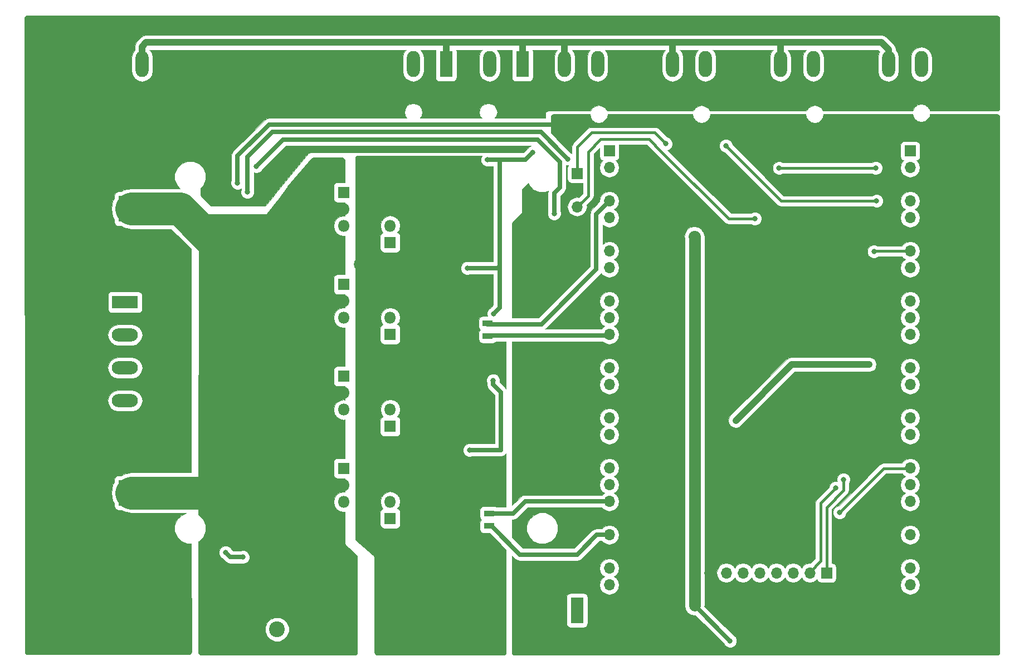
<source format=gbr>
G04 #@! TF.FileFunction,Copper,L1,Top,Mixed*
%FSLAX45Y45*%
G04 Gerber Fmt 4.5, Leading zero omitted, Abs format (unit mm)*
G04 Created by KiCad (PCBNEW 4.0.7-e2-6376~58~ubuntu16.04.1) date Mon Mar 12 18:26:14 2018*
%MOMM*%
%LPD*%
G01*
G04 APERTURE LIST*
%ADD10C,0.100000*%
%ADD11R,1.700000X1.700000*%
%ADD12O,1.700000X1.700000*%
%ADD13R,3.960000X1.980000*%
%ADD14O,3.960000X1.980000*%
%ADD15R,2.400000X2.400000*%
%ADD16C,2.400000*%
%ADD17R,1.980000X3.960000*%
%ADD18O,1.980000X3.960000*%
%ADD19R,1.800000X1.800000*%
%ADD20O,1.800000X1.800000*%
%ADD21C,1.000000*%
%ADD22R,1.500000X0.970000*%
%ADD23R,4.000000X4.000000*%
%ADD24C,4.000000*%
%ADD25R,2.000000X2.000000*%
%ADD26C,2.000000*%
%ADD27C,1.500000*%
%ADD28C,0.800000*%
%ADD29C,1.600000*%
%ADD30C,0.400000*%
%ADD31C,0.700000*%
%ADD32C,1.800000*%
%ADD33C,1.000000*%
%ADD34C,5.000000*%
%ADD35C,0.025400*%
G04 APERTURE END LIST*
D10*
D11*
X19300000Y-14900000D03*
D12*
X19046000Y-14900000D03*
X18792000Y-14900000D03*
X18538000Y-14900000D03*
X18284000Y-14900000D03*
X18030000Y-14900000D03*
X17776000Y-14900000D03*
X17522000Y-14900000D03*
D13*
X8640000Y-10780000D03*
D14*
X8640000Y-11280000D03*
X8640000Y-12280000D03*
X8640000Y-11780000D03*
D15*
X9900000Y-15480000D03*
D16*
X9400000Y-15480000D03*
D11*
X16000000Y-8480000D03*
D12*
X16000000Y-8734000D03*
X16000000Y-8988000D03*
X16000000Y-9242000D03*
X16000000Y-9496000D03*
X16000000Y-9750000D03*
X16000000Y-10004000D03*
X16000000Y-10258000D03*
X16000000Y-10512000D03*
X16000000Y-10766000D03*
X16000000Y-11020000D03*
X16000000Y-11274000D03*
X16000000Y-11528000D03*
X16000000Y-11782000D03*
X16000000Y-12036000D03*
X16000000Y-12290000D03*
X16000000Y-12544000D03*
X16000000Y-12798000D03*
X16000000Y-13052000D03*
X16000000Y-13306000D03*
X16000000Y-13560000D03*
X16000000Y-13814000D03*
X16000000Y-14068000D03*
X16000000Y-14322000D03*
X16000000Y-14576000D03*
X16000000Y-14830000D03*
X16000000Y-15084000D03*
D17*
X8400000Y-7160000D03*
D18*
X8900000Y-7160000D03*
D19*
X12670000Y-12670000D03*
D20*
X12670000Y-12416000D03*
X12670000Y-12162000D03*
D19*
X11960000Y-10510000D03*
D20*
X11960000Y-10764000D03*
X11960000Y-11018000D03*
D19*
X11960000Y-11910000D03*
D20*
X11960000Y-12164000D03*
X11960000Y-12418000D03*
D19*
X11960000Y-9110000D03*
D20*
X11960000Y-9364000D03*
X11960000Y-9618000D03*
D19*
X12670000Y-9870000D03*
D20*
X12670000Y-9616000D03*
X12670000Y-9362000D03*
D21*
X7830000Y-15917500D03*
X21540000Y-8640000D03*
X20540000Y-15790000D03*
X20040000Y-15790000D03*
X15015000Y-11795000D03*
D22*
X14150000Y-11104500D03*
X14150000Y-11295500D03*
X14170000Y-14185500D03*
X14170000Y-13994500D03*
D19*
X12670000Y-11270000D03*
D20*
X12670000Y-11016000D03*
X12670000Y-10762000D03*
D19*
X11960000Y-13310000D03*
D20*
X11960000Y-13564000D03*
X11960000Y-13818000D03*
D19*
X12670000Y-14070000D03*
D20*
X12670000Y-13816000D03*
X12670000Y-13562000D03*
D17*
X12570000Y-15460000D03*
D18*
X12070000Y-15460000D03*
D17*
X15510000Y-15470000D03*
D18*
X15010000Y-15470000D03*
D11*
X20572000Y-8480000D03*
D12*
X20572000Y-8734000D03*
X20572000Y-8988000D03*
X20572000Y-9242000D03*
X20572000Y-9496000D03*
X20572000Y-9750000D03*
X20572000Y-10004000D03*
X20572000Y-10258000D03*
X20572000Y-10512000D03*
X20572000Y-10766000D03*
X20572000Y-11020000D03*
X20572000Y-11274000D03*
X20572000Y-11528000D03*
X20572000Y-11782000D03*
X20572000Y-12036000D03*
X20572000Y-12290000D03*
X20572000Y-12544000D03*
X20572000Y-12798000D03*
X20572000Y-13052000D03*
X20572000Y-13306000D03*
X20572000Y-13560000D03*
X20572000Y-13814000D03*
X20572000Y-14068000D03*
X20572000Y-14322000D03*
X20572000Y-14576000D03*
X20572000Y-14830000D03*
X20572000Y-15084000D03*
D23*
X8740000Y-9360000D03*
D24*
X7740000Y-9360000D03*
D23*
X8740000Y-13680000D03*
D24*
X7740000Y-13680000D03*
D15*
X10950000Y-15260000D03*
D16*
X10950000Y-15760000D03*
D17*
X16320000Y-7160000D03*
D18*
X15820000Y-7160000D03*
X15320000Y-7160000D03*
D17*
X17960000Y-7160000D03*
D18*
X17460000Y-7160000D03*
X16960000Y-7160000D03*
D17*
X19600000Y-7160000D03*
D18*
X19100000Y-7160000D03*
X18600000Y-7160000D03*
D17*
X21240000Y-7160000D03*
D18*
X20740000Y-7160000D03*
X20240000Y-7160000D03*
D17*
X13520000Y-7160000D03*
D18*
X13020000Y-7160000D03*
D17*
X14680000Y-7160000D03*
D18*
X14180000Y-7160000D03*
D25*
X11740000Y-11580000D03*
D26*
X12240000Y-11580000D03*
D25*
X11740000Y-8790000D03*
D26*
X12240000Y-8790000D03*
D25*
X11720000Y-10200000D03*
D26*
X12220000Y-10200000D03*
D11*
X15510000Y-8820000D03*
D12*
X15510000Y-9074000D03*
X15510000Y-9328000D03*
D27*
X7840000Y-7390000D03*
D25*
X11740000Y-13000000D03*
D26*
X12240000Y-13000000D03*
D28*
X14990000Y-12240000D03*
X18590000Y-9740000D03*
X14990000Y-13590000D03*
X15340000Y-14340000D03*
X15040000Y-15890000D03*
X15340000Y-9590000D03*
X14840000Y-9290000D03*
X14740000Y-10890000D03*
X17540000Y-8890000D03*
X18040000Y-10890000D03*
X19040000Y-12890000D03*
X20040000Y-14890000D03*
X20040000Y-12890000D03*
X20040000Y-10890000D03*
X20040000Y-9590000D03*
X20040000Y-8990000D03*
X18040000Y-8390000D03*
X16540000Y-8890000D03*
X16540000Y-9890000D03*
X16540000Y-11390000D03*
X16540000Y-12890000D03*
X16540000Y-14390000D03*
X17040000Y-15890000D03*
X19540000Y-15890000D03*
D29*
X17840000Y-13890000D03*
X18640000Y-13887500D03*
X18260000Y-13887500D03*
X21540000Y-15390000D03*
X21540000Y-14390000D03*
X21540000Y-13390000D03*
X21540000Y-12390000D03*
X21540000Y-11390000D03*
X21540000Y-10390000D03*
X21540000Y-9390000D03*
X21540000Y-8390000D03*
D28*
X21040000Y-15890000D03*
X10350000Y-8965000D03*
X15490000Y-8110000D03*
X19040000Y-8390000D03*
X19540000Y-8390000D03*
X20270000Y-8130000D03*
X11040000Y-7340000D03*
X12290000Y-7540000D03*
X8290000Y-6590000D03*
X7840000Y-15890000D03*
X14040000Y-15890000D03*
X13040000Y-15890000D03*
X9040000Y-15890000D03*
X9390000Y-12490000D03*
X9390000Y-11540000D03*
X9390000Y-10640000D03*
D29*
X8940000Y-14390000D03*
D28*
X11240000Y-8490000D03*
D29*
X9040000Y-8890000D03*
D28*
X20540000Y-7390000D03*
X19340000Y-7390000D03*
X18240000Y-7390000D03*
X16340000Y-7490000D03*
X15040000Y-7490000D03*
X13240000Y-7490000D03*
D29*
X21540000Y-6890000D03*
D28*
X20540000Y-6590000D03*
X19040000Y-6590000D03*
X17540000Y-6590000D03*
X16040000Y-6590000D03*
X14540000Y-6590000D03*
X13040000Y-6590000D03*
X11540000Y-6590000D03*
X10340000Y-6590000D03*
D29*
X7540000Y-6890000D03*
X9740000Y-8190000D03*
X9740000Y-7890000D03*
X9740000Y-7590000D03*
X13340000Y-9890000D03*
X13340000Y-11290000D03*
X13340000Y-12690000D03*
X13340000Y-14190000D03*
X13540000Y-15390000D03*
X7540000Y-15390000D03*
X7540000Y-14390000D03*
X7540000Y-12890000D03*
X7540000Y-11940000D03*
X7540000Y-10940000D03*
X7540000Y-9890000D03*
X7540000Y-8890000D03*
X7540000Y-7890000D03*
D28*
X14095000Y-9320000D03*
X13950000Y-8855000D03*
X14090000Y-12260000D03*
X14210000Y-13580000D03*
X14150000Y-10810000D03*
X14832500Y-8505000D03*
X14235000Y-11970000D03*
X13877500Y-13030000D03*
X14240000Y-10955000D03*
X13840000Y-10260000D03*
X14145000Y-8610000D03*
X17835000Y-15935000D03*
X17290000Y-9780000D03*
X19930000Y-11730000D03*
X17920000Y-12580000D03*
X11400000Y-13560000D03*
X11400000Y-12160000D03*
X11400000Y-10760000D03*
X11407500Y-9360000D03*
X19440000Y-13610000D03*
X19560000Y-13480000D03*
X19500000Y-13980000D03*
X20020000Y-10010000D03*
X18580000Y-8740000D03*
X20050000Y-8740000D03*
X20060000Y-9240000D03*
X17770000Y-8400000D03*
X18210000Y-9510000D03*
X16860000Y-8370000D03*
X15365001Y-8600000D03*
X10500000Y-9105000D03*
X10635000Y-8715000D03*
X15160000Y-9430000D03*
X10430000Y-14660000D03*
X10170000Y-14590000D03*
D30*
X21540000Y-10890000D02*
X21540000Y-10390000D01*
D31*
X10350000Y-8557364D02*
X10829864Y-8077500D01*
X10829864Y-8077500D02*
X15457500Y-8077500D01*
X10350000Y-8965000D02*
X10350000Y-8557364D01*
X15457500Y-8077500D02*
X15490000Y-8110000D01*
X8400000Y-7160000D02*
X8400000Y-7240000D01*
X8400000Y-7240000D02*
X7690000Y-7950000D01*
X13955000Y-8850000D02*
X14050000Y-8850000D01*
X13950000Y-8855000D02*
X13955000Y-8850000D01*
X14150000Y-10810000D02*
X14150000Y-10830000D01*
X14792500Y-8545000D02*
X14832500Y-8505000D01*
X14727500Y-8610000D02*
X14792500Y-8545000D01*
X14145000Y-8610000D02*
X14727500Y-8610000D01*
X14235000Y-12035000D02*
X14235000Y-11970000D01*
X14352500Y-12152500D02*
X14235000Y-12035000D01*
X14352500Y-13030000D02*
X14352500Y-12152500D01*
X13877500Y-13030000D02*
X14352500Y-13030000D01*
X14240000Y-10955000D02*
X14330000Y-10865000D01*
X14330000Y-10865000D02*
X14330000Y-10225000D01*
X14330000Y-10225000D02*
X14330000Y-10230000D01*
X14300000Y-10260000D02*
X14330000Y-10230000D01*
X13840000Y-10260000D02*
X14300000Y-10260000D01*
X14330000Y-10230000D02*
X14330000Y-10230000D01*
X14330000Y-10230000D02*
X14330000Y-8615000D01*
X14140000Y-8615000D02*
X14145000Y-8610000D01*
X14330000Y-8615000D02*
X14140000Y-8615000D01*
X17835000Y-15935000D02*
X17295000Y-15395000D01*
D32*
X17295000Y-15395000D02*
X17295000Y-9785000D01*
X17295000Y-9785000D02*
X17290000Y-9780000D01*
D33*
X18770000Y-11730000D02*
X19930000Y-11730000D01*
X19930000Y-11730000D02*
X19950000Y-11730000D01*
X17920000Y-12580000D02*
X18770000Y-11730000D01*
D34*
X8740000Y-9360000D02*
X9470000Y-9360000D01*
X9470000Y-9360000D02*
X10222500Y-10112500D01*
D31*
X11960000Y-12164000D02*
X11789000Y-12164000D01*
X11789000Y-12164000D02*
X11785000Y-12160000D01*
D34*
X8740000Y-13680000D02*
X10080000Y-13680000D01*
X10080000Y-13680000D02*
X10090000Y-13690000D01*
D33*
X8900000Y-7160000D02*
X8900000Y-6890000D01*
X13520000Y-6830000D02*
X8960000Y-6830000D01*
X8900000Y-6890000D02*
X8960000Y-6830000D01*
X13520000Y-7160000D02*
X13520000Y-6860000D01*
X13520000Y-6860000D02*
X13520000Y-6830000D01*
X14680000Y-7160000D02*
X14680000Y-6850000D01*
X14680000Y-6850000D02*
X14680000Y-6830000D01*
X18600000Y-7160000D02*
X18600000Y-6840000D01*
X18600000Y-6840000D02*
X18600000Y-6830000D01*
X16960000Y-7160000D02*
X16960000Y-6850000D01*
X16960000Y-6850000D02*
X16960000Y-6830000D01*
X15320000Y-7160000D02*
X15320000Y-6860000D01*
X15320000Y-6860000D02*
X15320000Y-6830000D01*
X20240000Y-7160000D02*
X20240000Y-6940000D01*
X20130000Y-6830000D02*
X18600000Y-6830000D01*
X18600000Y-6830000D02*
X16960000Y-6830000D01*
X16960000Y-6830000D02*
X15320000Y-6830000D01*
X15320000Y-6830000D02*
X14680000Y-6830000D01*
X14680000Y-6830000D02*
X13520000Y-6830000D01*
X20240000Y-6940000D02*
X20130000Y-6830000D01*
X8910000Y-7150000D02*
X8900000Y-7160000D01*
D30*
X19046000Y-14900000D02*
X19046000Y-14884000D01*
X19046000Y-14884000D02*
X19210000Y-14720000D01*
X19210000Y-14720000D02*
X19210000Y-13840000D01*
X19210000Y-13840000D02*
X19440000Y-13610000D01*
X19300000Y-14900000D02*
X19300000Y-13900000D01*
X19560000Y-13640000D02*
X19560000Y-13480000D01*
X19300000Y-13900000D02*
X19560000Y-13640000D01*
X20170000Y-13310000D02*
X20570000Y-13310000D01*
X19500000Y-13980000D02*
X20170000Y-13310000D01*
X20570000Y-13310000D02*
X20572000Y-13306000D01*
D31*
X14150000Y-11114500D02*
X14965500Y-11114500D01*
X16010000Y-9230000D02*
X16010000Y-9230000D01*
X15800000Y-9440000D02*
X16010000Y-9230000D01*
X15800000Y-10280000D02*
X15800000Y-9440000D01*
X14965500Y-11114500D02*
X15800000Y-10280000D01*
X16010000Y-9230000D02*
X16000000Y-9242000D01*
D30*
X20572000Y-10004000D02*
X20026000Y-10004000D01*
X20026000Y-10004000D02*
X20020000Y-10010000D01*
X20050000Y-8740000D02*
X18580000Y-8740000D01*
X17770000Y-8400000D02*
X18610000Y-9240000D01*
X18610000Y-9240000D02*
X20070000Y-9240000D01*
X20070000Y-9240000D02*
X20060000Y-9240000D01*
X17770000Y-8400000D02*
X17770000Y-8400000D01*
D31*
X14170000Y-14185500D02*
X14205500Y-14185500D01*
X15810000Y-14320000D02*
X16010000Y-14320000D01*
X15510000Y-14620000D02*
X15810000Y-14320000D01*
X14640000Y-14620000D02*
X15510000Y-14620000D01*
X14205500Y-14185500D02*
X14640000Y-14620000D01*
X16010000Y-14320000D02*
X16000000Y-14322000D01*
X16000000Y-14330000D02*
X16000000Y-14322000D01*
D30*
X16790000Y-8490000D02*
X17810000Y-9510000D01*
X18210000Y-9510000D02*
X18210000Y-9510000D01*
X17810000Y-9510000D02*
X18210000Y-9510000D01*
X15510000Y-9378000D02*
X15462000Y-9378000D01*
X15462000Y-9378000D02*
X15680000Y-9160000D01*
X15680000Y-9160000D02*
X15680000Y-8490208D01*
X15680000Y-8490208D02*
X15870208Y-8300000D01*
X15870208Y-8300000D02*
X16600000Y-8300000D01*
X16600000Y-8300000D02*
X16790000Y-8490000D01*
X15510000Y-8420000D02*
X15510000Y-8880000D01*
X16860000Y-8370000D02*
X16690000Y-8200000D01*
X16690000Y-8200000D02*
X15730000Y-8200000D01*
X15730000Y-8200000D02*
X15510000Y-8420000D01*
X15510000Y-8880000D02*
X15510000Y-8870000D01*
X15510000Y-8880000D02*
X15510000Y-8870000D01*
X15510000Y-8880000D02*
X15510000Y-8870000D01*
D31*
X14957502Y-8192501D02*
X15325001Y-8560000D01*
X10500000Y-8570000D02*
X10877499Y-8192501D01*
X15325001Y-8560000D02*
X15365001Y-8600000D01*
X10500000Y-9105000D02*
X10500000Y-8570000D01*
X10877499Y-8192501D02*
X14957502Y-8192501D01*
X15160000Y-9430000D02*
X15160000Y-9120000D01*
X15160000Y-9120000D02*
X15245000Y-9035000D01*
X15245000Y-9035000D02*
X15245000Y-8642636D01*
X15245000Y-8642636D02*
X14909866Y-8307502D01*
X14909866Y-8307502D02*
X11042498Y-8307502D01*
X10675000Y-8675000D02*
X10635000Y-8715000D01*
X11042498Y-8307502D02*
X10675000Y-8675000D01*
X15490000Y-11285500D02*
X16004500Y-11285500D01*
X16004500Y-11285500D02*
X16010000Y-11280000D01*
X16010000Y-11280000D02*
X16000000Y-11274000D01*
X14150000Y-11285500D02*
X15490000Y-11285500D01*
X14170000Y-13994500D02*
X14535500Y-13994500D01*
X14720000Y-13810000D02*
X16010000Y-13810000D01*
X14535500Y-13994500D02*
X14720000Y-13810000D01*
X16010000Y-13810000D02*
X16000000Y-13814000D01*
X10430000Y-14660000D02*
X10240000Y-14660000D01*
X10240000Y-14660000D02*
X10170000Y-14590000D01*
D35*
G36*
X14059197Y-8552560D02*
X14043748Y-8589768D01*
X14043712Y-8630056D01*
X14049521Y-8644113D01*
X14051058Y-8651841D01*
X14055397Y-8658335D01*
X14059097Y-8667290D01*
X14066003Y-8674207D01*
X14071927Y-8683073D01*
X14080715Y-8688945D01*
X14087560Y-8695803D01*
X14096587Y-8699551D01*
X14103159Y-8703942D01*
X14110843Y-8705470D01*
X14124768Y-8711252D01*
X14139978Y-8711266D01*
X14140000Y-8711270D01*
X14144969Y-8711270D01*
X14165055Y-8711288D01*
X14165098Y-8711270D01*
X14233730Y-8711270D01*
X14233730Y-10163730D01*
X13872231Y-10163730D01*
X13860232Y-10158748D01*
X13819944Y-10158713D01*
X13782710Y-10174097D01*
X13754197Y-10202560D01*
X13738748Y-10239768D01*
X13738712Y-10280056D01*
X13754097Y-10317290D01*
X13782560Y-10345803D01*
X13819768Y-10361252D01*
X13860055Y-10361288D01*
X13872199Y-10356270D01*
X14233730Y-10356270D01*
X14233730Y-10825124D01*
X14194718Y-10864136D01*
X14182710Y-10869097D01*
X14154197Y-10897560D01*
X14138748Y-10934768D01*
X14138712Y-10975056D01*
X14146346Y-10993530D01*
X14075000Y-10993530D01*
X14052295Y-10997802D01*
X14031441Y-11011221D01*
X14017451Y-11031696D01*
X14012530Y-11056000D01*
X14012530Y-11153000D01*
X14016802Y-11175705D01*
X14030221Y-11196559D01*
X14035080Y-11199879D01*
X14031441Y-11202221D01*
X14017451Y-11222696D01*
X14012530Y-11247000D01*
X14012530Y-11344000D01*
X14016802Y-11366705D01*
X14030221Y-11387559D01*
X14050696Y-11401548D01*
X14075000Y-11406470D01*
X14225000Y-11406470D01*
X14247705Y-11402198D01*
X14268559Y-11388779D01*
X14273348Y-11381770D01*
X14428730Y-11381770D01*
X14428730Y-12096634D01*
X14420573Y-12084427D01*
X14333355Y-11997209D01*
X14336252Y-11990232D01*
X14336287Y-11949944D01*
X14320903Y-11912710D01*
X14292440Y-11884197D01*
X14255232Y-11868748D01*
X14214944Y-11868712D01*
X14177710Y-11884097D01*
X14149197Y-11912560D01*
X14133748Y-11949768D01*
X14133712Y-11990055D01*
X14138730Y-12002199D01*
X14138730Y-12035000D01*
X14146058Y-12071841D01*
X14166927Y-12103073D01*
X14256230Y-12192376D01*
X14256230Y-12933730D01*
X13909731Y-12933730D01*
X13897732Y-12928748D01*
X13857444Y-12928712D01*
X13820210Y-12944097D01*
X13791697Y-12972560D01*
X13776248Y-13009768D01*
X13776212Y-13050055D01*
X13791597Y-13087290D01*
X13820060Y-13115802D01*
X13857268Y-13131252D01*
X13897555Y-13131287D01*
X13909699Y-13126270D01*
X14352500Y-13126270D01*
X14389341Y-13118942D01*
X14420573Y-13098073D01*
X14428730Y-13085866D01*
X14428730Y-13898230D01*
X14283616Y-13898230D01*
X14269304Y-13888451D01*
X14245000Y-13883530D01*
X14095000Y-13883530D01*
X14072295Y-13887802D01*
X14051441Y-13901221D01*
X14037451Y-13921696D01*
X14032530Y-13946000D01*
X14032530Y-14043000D01*
X14036802Y-14065705D01*
X14050221Y-14086559D01*
X14055080Y-14089879D01*
X14051441Y-14092221D01*
X14037451Y-14112696D01*
X14032530Y-14137000D01*
X14032530Y-14234000D01*
X14036802Y-14256705D01*
X14050221Y-14277559D01*
X14070696Y-14291548D01*
X14095000Y-14296470D01*
X14180324Y-14296470D01*
X14428730Y-14544876D01*
X14428730Y-16109875D01*
X14425759Y-16124812D01*
X14417369Y-16137369D01*
X14404812Y-16145759D01*
X14389875Y-16148730D01*
X12470125Y-16148730D01*
X12455188Y-16145759D01*
X12442631Y-16137369D01*
X12434241Y-16124812D01*
X12431270Y-16109875D01*
X12431270Y-14668329D01*
X12431257Y-14668147D01*
X12429627Y-14656846D01*
X12429525Y-14656498D01*
X12424768Y-14646117D01*
X12424571Y-14645812D01*
X12417076Y-14637199D01*
X12416947Y-14637070D01*
X12154781Y-14411065D01*
X12147465Y-14402658D01*
X12142861Y-14392610D01*
X12141270Y-14381580D01*
X12141270Y-13980000D01*
X12517530Y-13980000D01*
X12517530Y-14160000D01*
X12521802Y-14182705D01*
X12535221Y-14203559D01*
X12555696Y-14217548D01*
X12580000Y-14222470D01*
X12760000Y-14222470D01*
X12782705Y-14218198D01*
X12803559Y-14204779D01*
X12817548Y-14184304D01*
X12822470Y-14160000D01*
X12822470Y-13980000D01*
X12818198Y-13957295D01*
X12804779Y-13936441D01*
X12784304Y-13922451D01*
X12779885Y-13921556D01*
X12809755Y-13876852D01*
X12821270Y-13818964D01*
X12821270Y-13813036D01*
X12809755Y-13755148D01*
X12776964Y-13706072D01*
X12727888Y-13673281D01*
X12670000Y-13661766D01*
X12612111Y-13673281D01*
X12563036Y-13706072D01*
X12530245Y-13755148D01*
X12518730Y-13813036D01*
X12518730Y-13818964D01*
X12530245Y-13876852D01*
X12559946Y-13921303D01*
X12557295Y-13921802D01*
X12536441Y-13935221D01*
X12522451Y-13955696D01*
X12517530Y-13980000D01*
X12141270Y-13980000D01*
X12141270Y-12580000D01*
X12517530Y-12580000D01*
X12517530Y-12760000D01*
X12521802Y-12782705D01*
X12535221Y-12803559D01*
X12555696Y-12817548D01*
X12580000Y-12822470D01*
X12760000Y-12822470D01*
X12782705Y-12818198D01*
X12803559Y-12804779D01*
X12817548Y-12784304D01*
X12822470Y-12760000D01*
X12822470Y-12580000D01*
X12818198Y-12557295D01*
X12804779Y-12536441D01*
X12784304Y-12522451D01*
X12779885Y-12521556D01*
X12809755Y-12476852D01*
X12821270Y-12418964D01*
X12821270Y-12413036D01*
X12809755Y-12355148D01*
X12776964Y-12306072D01*
X12727888Y-12273281D01*
X12670000Y-12261766D01*
X12612111Y-12273281D01*
X12563036Y-12306072D01*
X12530245Y-12355148D01*
X12518730Y-12413036D01*
X12518730Y-12418964D01*
X12530245Y-12476852D01*
X12559946Y-12521303D01*
X12557295Y-12521802D01*
X12536441Y-12535221D01*
X12522451Y-12555696D01*
X12517530Y-12580000D01*
X12141270Y-12580000D01*
X12141270Y-11180000D01*
X12517530Y-11180000D01*
X12517530Y-11360000D01*
X12521802Y-11382705D01*
X12535221Y-11403559D01*
X12555696Y-11417548D01*
X12580000Y-11422470D01*
X12760000Y-11422470D01*
X12782705Y-11418198D01*
X12803559Y-11404779D01*
X12817548Y-11384304D01*
X12822470Y-11360000D01*
X12822470Y-11180000D01*
X12818198Y-11157295D01*
X12804779Y-11136441D01*
X12784304Y-11122452D01*
X12779885Y-11121557D01*
X12809755Y-11076852D01*
X12821270Y-11018964D01*
X12821270Y-11013036D01*
X12809755Y-10955148D01*
X12776964Y-10906072D01*
X12727888Y-10873281D01*
X12670000Y-10861766D01*
X12612111Y-10873281D01*
X12563036Y-10906072D01*
X12530245Y-10955148D01*
X12518730Y-11013036D01*
X12518730Y-11018964D01*
X12530245Y-11076852D01*
X12559946Y-11121303D01*
X12557295Y-11121802D01*
X12536441Y-11135221D01*
X12522451Y-11155696D01*
X12517530Y-11180000D01*
X12141270Y-11180000D01*
X12141270Y-9780000D01*
X12517530Y-9780000D01*
X12517530Y-9960000D01*
X12521802Y-9982705D01*
X12535221Y-10003559D01*
X12555696Y-10017549D01*
X12580000Y-10022470D01*
X12760000Y-10022470D01*
X12782705Y-10018198D01*
X12803559Y-10004779D01*
X12817548Y-9984304D01*
X12822470Y-9960000D01*
X12822470Y-9780000D01*
X12818198Y-9757295D01*
X12804779Y-9736441D01*
X12784304Y-9722452D01*
X12779885Y-9721557D01*
X12809755Y-9676852D01*
X12821270Y-9618964D01*
X12821270Y-9613036D01*
X12809755Y-9555148D01*
X12776964Y-9506072D01*
X12727888Y-9473281D01*
X12670000Y-9461766D01*
X12612111Y-9473281D01*
X12563036Y-9506072D01*
X12530245Y-9555148D01*
X12518730Y-9613036D01*
X12518730Y-9618964D01*
X12530245Y-9676852D01*
X12559946Y-9721303D01*
X12557295Y-9721802D01*
X12536441Y-9735221D01*
X12522451Y-9755696D01*
X12517530Y-9780000D01*
X12141270Y-9780000D01*
X12141270Y-8590125D01*
X12144241Y-8575188D01*
X12152631Y-8562631D01*
X12165188Y-8554241D01*
X12180125Y-8551270D01*
X14060490Y-8551270D01*
X14059197Y-8552560D01*
X14059197Y-8552560D01*
G37*
X14059197Y-8552560D02*
X14043748Y-8589768D01*
X14043712Y-8630056D01*
X14049521Y-8644113D01*
X14051058Y-8651841D01*
X14055397Y-8658335D01*
X14059097Y-8667290D01*
X14066003Y-8674207D01*
X14071927Y-8683073D01*
X14080715Y-8688945D01*
X14087560Y-8695803D01*
X14096587Y-8699551D01*
X14103159Y-8703942D01*
X14110843Y-8705470D01*
X14124768Y-8711252D01*
X14139978Y-8711266D01*
X14140000Y-8711270D01*
X14144969Y-8711270D01*
X14165055Y-8711288D01*
X14165098Y-8711270D01*
X14233730Y-8711270D01*
X14233730Y-10163730D01*
X13872231Y-10163730D01*
X13860232Y-10158748D01*
X13819944Y-10158713D01*
X13782710Y-10174097D01*
X13754197Y-10202560D01*
X13738748Y-10239768D01*
X13738712Y-10280056D01*
X13754097Y-10317290D01*
X13782560Y-10345803D01*
X13819768Y-10361252D01*
X13860055Y-10361288D01*
X13872199Y-10356270D01*
X14233730Y-10356270D01*
X14233730Y-10825124D01*
X14194718Y-10864136D01*
X14182710Y-10869097D01*
X14154197Y-10897560D01*
X14138748Y-10934768D01*
X14138712Y-10975056D01*
X14146346Y-10993530D01*
X14075000Y-10993530D01*
X14052295Y-10997802D01*
X14031441Y-11011221D01*
X14017451Y-11031696D01*
X14012530Y-11056000D01*
X14012530Y-11153000D01*
X14016802Y-11175705D01*
X14030221Y-11196559D01*
X14035080Y-11199879D01*
X14031441Y-11202221D01*
X14017451Y-11222696D01*
X14012530Y-11247000D01*
X14012530Y-11344000D01*
X14016802Y-11366705D01*
X14030221Y-11387559D01*
X14050696Y-11401548D01*
X14075000Y-11406470D01*
X14225000Y-11406470D01*
X14247705Y-11402198D01*
X14268559Y-11388779D01*
X14273348Y-11381770D01*
X14428730Y-11381770D01*
X14428730Y-12096634D01*
X14420573Y-12084427D01*
X14333355Y-11997209D01*
X14336252Y-11990232D01*
X14336287Y-11949944D01*
X14320903Y-11912710D01*
X14292440Y-11884197D01*
X14255232Y-11868748D01*
X14214944Y-11868712D01*
X14177710Y-11884097D01*
X14149197Y-11912560D01*
X14133748Y-11949768D01*
X14133712Y-11990055D01*
X14138730Y-12002199D01*
X14138730Y-12035000D01*
X14146058Y-12071841D01*
X14166927Y-12103073D01*
X14256230Y-12192376D01*
X14256230Y-12933730D01*
X13909731Y-12933730D01*
X13897732Y-12928748D01*
X13857444Y-12928712D01*
X13820210Y-12944097D01*
X13791697Y-12972560D01*
X13776248Y-13009768D01*
X13776212Y-13050055D01*
X13791597Y-13087290D01*
X13820060Y-13115802D01*
X13857268Y-13131252D01*
X13897555Y-13131287D01*
X13909699Y-13126270D01*
X14352500Y-13126270D01*
X14389341Y-13118942D01*
X14420573Y-13098073D01*
X14428730Y-13085866D01*
X14428730Y-13898230D01*
X14283616Y-13898230D01*
X14269304Y-13888451D01*
X14245000Y-13883530D01*
X14095000Y-13883530D01*
X14072295Y-13887802D01*
X14051441Y-13901221D01*
X14037451Y-13921696D01*
X14032530Y-13946000D01*
X14032530Y-14043000D01*
X14036802Y-14065705D01*
X14050221Y-14086559D01*
X14055080Y-14089879D01*
X14051441Y-14092221D01*
X14037451Y-14112696D01*
X14032530Y-14137000D01*
X14032530Y-14234000D01*
X14036802Y-14256705D01*
X14050221Y-14277559D01*
X14070696Y-14291548D01*
X14095000Y-14296470D01*
X14180324Y-14296470D01*
X14428730Y-14544876D01*
X14428730Y-16109875D01*
X14425759Y-16124812D01*
X14417369Y-16137369D01*
X14404812Y-16145759D01*
X14389875Y-16148730D01*
X12470125Y-16148730D01*
X12455188Y-16145759D01*
X12442631Y-16137369D01*
X12434241Y-16124812D01*
X12431270Y-16109875D01*
X12431270Y-14668329D01*
X12431257Y-14668147D01*
X12429627Y-14656846D01*
X12429525Y-14656498D01*
X12424768Y-14646117D01*
X12424571Y-14645812D01*
X12417076Y-14637199D01*
X12416947Y-14637070D01*
X12154781Y-14411065D01*
X12147465Y-14402658D01*
X12142861Y-14392610D01*
X12141270Y-14381580D01*
X12141270Y-13980000D01*
X12517530Y-13980000D01*
X12517530Y-14160000D01*
X12521802Y-14182705D01*
X12535221Y-14203559D01*
X12555696Y-14217548D01*
X12580000Y-14222470D01*
X12760000Y-14222470D01*
X12782705Y-14218198D01*
X12803559Y-14204779D01*
X12817548Y-14184304D01*
X12822470Y-14160000D01*
X12822470Y-13980000D01*
X12818198Y-13957295D01*
X12804779Y-13936441D01*
X12784304Y-13922451D01*
X12779885Y-13921556D01*
X12809755Y-13876852D01*
X12821270Y-13818964D01*
X12821270Y-13813036D01*
X12809755Y-13755148D01*
X12776964Y-13706072D01*
X12727888Y-13673281D01*
X12670000Y-13661766D01*
X12612111Y-13673281D01*
X12563036Y-13706072D01*
X12530245Y-13755148D01*
X12518730Y-13813036D01*
X12518730Y-13818964D01*
X12530245Y-13876852D01*
X12559946Y-13921303D01*
X12557295Y-13921802D01*
X12536441Y-13935221D01*
X12522451Y-13955696D01*
X12517530Y-13980000D01*
X12141270Y-13980000D01*
X12141270Y-12580000D01*
X12517530Y-12580000D01*
X12517530Y-12760000D01*
X12521802Y-12782705D01*
X12535221Y-12803559D01*
X12555696Y-12817548D01*
X12580000Y-12822470D01*
X12760000Y-12822470D01*
X12782705Y-12818198D01*
X12803559Y-12804779D01*
X12817548Y-12784304D01*
X12822470Y-12760000D01*
X12822470Y-12580000D01*
X12818198Y-12557295D01*
X12804779Y-12536441D01*
X12784304Y-12522451D01*
X12779885Y-12521556D01*
X12809755Y-12476852D01*
X12821270Y-12418964D01*
X12821270Y-12413036D01*
X12809755Y-12355148D01*
X12776964Y-12306072D01*
X12727888Y-12273281D01*
X12670000Y-12261766D01*
X12612111Y-12273281D01*
X12563036Y-12306072D01*
X12530245Y-12355148D01*
X12518730Y-12413036D01*
X12518730Y-12418964D01*
X12530245Y-12476852D01*
X12559946Y-12521303D01*
X12557295Y-12521802D01*
X12536441Y-12535221D01*
X12522451Y-12555696D01*
X12517530Y-12580000D01*
X12141270Y-12580000D01*
X12141270Y-11180000D01*
X12517530Y-11180000D01*
X12517530Y-11360000D01*
X12521802Y-11382705D01*
X12535221Y-11403559D01*
X12555696Y-11417548D01*
X12580000Y-11422470D01*
X12760000Y-11422470D01*
X12782705Y-11418198D01*
X12803559Y-11404779D01*
X12817548Y-11384304D01*
X12822470Y-11360000D01*
X12822470Y-11180000D01*
X12818198Y-11157295D01*
X12804779Y-11136441D01*
X12784304Y-11122452D01*
X12779885Y-11121557D01*
X12809755Y-11076852D01*
X12821270Y-11018964D01*
X12821270Y-11013036D01*
X12809755Y-10955148D01*
X12776964Y-10906072D01*
X12727888Y-10873281D01*
X12670000Y-10861766D01*
X12612111Y-10873281D01*
X12563036Y-10906072D01*
X12530245Y-10955148D01*
X12518730Y-11013036D01*
X12518730Y-11018964D01*
X12530245Y-11076852D01*
X12559946Y-11121303D01*
X12557295Y-11121802D01*
X12536441Y-11135221D01*
X12522451Y-11155696D01*
X12517530Y-11180000D01*
X12141270Y-11180000D01*
X12141270Y-9780000D01*
X12517530Y-9780000D01*
X12517530Y-9960000D01*
X12521802Y-9982705D01*
X12535221Y-10003559D01*
X12555696Y-10017549D01*
X12580000Y-10022470D01*
X12760000Y-10022470D01*
X12782705Y-10018198D01*
X12803559Y-10004779D01*
X12817548Y-9984304D01*
X12822470Y-9960000D01*
X12822470Y-9780000D01*
X12818198Y-9757295D01*
X12804779Y-9736441D01*
X12784304Y-9722452D01*
X12779885Y-9721557D01*
X12809755Y-9676852D01*
X12821270Y-9618964D01*
X12821270Y-9613036D01*
X12809755Y-9555148D01*
X12776964Y-9506072D01*
X12727888Y-9473281D01*
X12670000Y-9461766D01*
X12612111Y-9473281D01*
X12563036Y-9506072D01*
X12530245Y-9555148D01*
X12518730Y-9613036D01*
X12518730Y-9618964D01*
X12530245Y-9676852D01*
X12559946Y-9721303D01*
X12557295Y-9721802D01*
X12536441Y-9735221D01*
X12522451Y-9755696D01*
X12517530Y-9780000D01*
X12141270Y-9780000D01*
X12141270Y-8590125D01*
X12144241Y-8575188D01*
X12152631Y-8562631D01*
X12165188Y-8554241D01*
X12180125Y-8551270D01*
X14060490Y-8551270D01*
X14059197Y-8552560D01*
G36*
X11954812Y-8584241D02*
X11967369Y-8592631D01*
X11975759Y-8605188D01*
X11978730Y-8620125D01*
X11978730Y-8957530D01*
X11870000Y-8957530D01*
X11847295Y-8961802D01*
X11826441Y-8975221D01*
X11812451Y-8995696D01*
X11807530Y-9020000D01*
X11807530Y-9200000D01*
X11811802Y-9222705D01*
X11825221Y-9243559D01*
X11845696Y-9257549D01*
X11870000Y-9262470D01*
X11978730Y-9262470D01*
X11978730Y-9467492D01*
X11960000Y-9463766D01*
X11902111Y-9475281D01*
X11853036Y-9508072D01*
X11820245Y-9557148D01*
X11808730Y-9615036D01*
X11808730Y-9620964D01*
X11820245Y-9678852D01*
X11853036Y-9727928D01*
X11902111Y-9760719D01*
X11960000Y-9772234D01*
X11978730Y-9768508D01*
X11978730Y-10357530D01*
X11870000Y-10357530D01*
X11847295Y-10361802D01*
X11826441Y-10375221D01*
X11812451Y-10395696D01*
X11807530Y-10420000D01*
X11807530Y-10600000D01*
X11811802Y-10622705D01*
X11825221Y-10643559D01*
X11845696Y-10657549D01*
X11870000Y-10662470D01*
X11978730Y-10662470D01*
X11978730Y-10867492D01*
X11960000Y-10863766D01*
X11902111Y-10875281D01*
X11853036Y-10908072D01*
X11820245Y-10957148D01*
X11808730Y-11015036D01*
X11808730Y-11020964D01*
X11820245Y-11078852D01*
X11853036Y-11127928D01*
X11902111Y-11160719D01*
X11960000Y-11172234D01*
X11978730Y-11168508D01*
X11978730Y-11757530D01*
X11870000Y-11757530D01*
X11847295Y-11761802D01*
X11826441Y-11775221D01*
X11812451Y-11795696D01*
X11807530Y-11820000D01*
X11807530Y-12000000D01*
X11811802Y-12022705D01*
X11825221Y-12043559D01*
X11845696Y-12057548D01*
X11870000Y-12062470D01*
X11978730Y-12062470D01*
X11978730Y-12267492D01*
X11960000Y-12263766D01*
X11902111Y-12275281D01*
X11853036Y-12308072D01*
X11820245Y-12357148D01*
X11808730Y-12415036D01*
X11808730Y-12420964D01*
X11820245Y-12478852D01*
X11853036Y-12527928D01*
X11902111Y-12560719D01*
X11960000Y-12572234D01*
X11978730Y-12568508D01*
X11978730Y-13157530D01*
X11870000Y-13157530D01*
X11847295Y-13161802D01*
X11826441Y-13175221D01*
X11812451Y-13195696D01*
X11807530Y-13220000D01*
X11807530Y-13400000D01*
X11811802Y-13422705D01*
X11825221Y-13443559D01*
X11845696Y-13457548D01*
X11870000Y-13462470D01*
X11978730Y-13462470D01*
X11978730Y-13667492D01*
X11960000Y-13663766D01*
X11902111Y-13675281D01*
X11853036Y-13708072D01*
X11820245Y-13757148D01*
X11808730Y-13815036D01*
X11808730Y-13820964D01*
X11820245Y-13878852D01*
X11853036Y-13927928D01*
X11902111Y-13960719D01*
X11960000Y-13972234D01*
X11978730Y-13968508D01*
X11978730Y-14442795D01*
X11978742Y-14442966D01*
X11980199Y-14453666D01*
X11980291Y-14453997D01*
X11984558Y-14463917D01*
X11984735Y-14464211D01*
X11991500Y-14472628D01*
X11991617Y-14472755D01*
X12156574Y-14629030D01*
X12163177Y-14637245D01*
X12167307Y-14646848D01*
X12168730Y-14657292D01*
X12168730Y-16109875D01*
X12165759Y-16124812D01*
X12157369Y-16137369D01*
X12144812Y-16145759D01*
X12129875Y-16148730D01*
X9790163Y-16148730D01*
X9778088Y-16146816D01*
X9767288Y-16141306D01*
X9758721Y-16132726D01*
X9753229Y-16121917D01*
X9751333Y-16109839D01*
X9751827Y-15795899D01*
X10768699Y-15795899D01*
X10796237Y-15862547D01*
X10847185Y-15913584D01*
X10913785Y-15941238D01*
X10985899Y-15941301D01*
X11052547Y-15913763D01*
X11103584Y-15862815D01*
X11131239Y-15796215D01*
X11131301Y-15724101D01*
X11103763Y-15657453D01*
X11052815Y-15606416D01*
X10986215Y-15578761D01*
X10914101Y-15578699D01*
X10847453Y-15606237D01*
X10796416Y-15657185D01*
X10768762Y-15723785D01*
X10768699Y-15795899D01*
X9751827Y-15795899D01*
X9753691Y-14610055D01*
X10068713Y-14610055D01*
X10084097Y-14647290D01*
X10112560Y-14675802D01*
X10124695Y-14680841D01*
X10171927Y-14728073D01*
X10171927Y-14728073D01*
X10203159Y-14748942D01*
X10240000Y-14756270D01*
X10397769Y-14756270D01*
X10409768Y-14761252D01*
X10450056Y-14761287D01*
X10487290Y-14745903D01*
X10515803Y-14717440D01*
X10531252Y-14680232D01*
X10531288Y-14639944D01*
X10515903Y-14602710D01*
X10487440Y-14574197D01*
X10450232Y-14558748D01*
X10409945Y-14558712D01*
X10397801Y-14563730D01*
X10279876Y-14563730D01*
X10260864Y-14544718D01*
X10255903Y-14532710D01*
X10227440Y-14504197D01*
X10190232Y-14488748D01*
X10149945Y-14488712D01*
X10112710Y-14504097D01*
X10084198Y-14532560D01*
X10068748Y-14569768D01*
X10068713Y-14610055D01*
X9753691Y-14610055D01*
X9753983Y-14424416D01*
X9763661Y-14420417D01*
X9830183Y-14354011D01*
X9866229Y-14267203D01*
X9866311Y-14173209D01*
X9830417Y-14086339D01*
X9764011Y-14019817D01*
X9754626Y-14015920D01*
X9761261Y-9795797D01*
X9762848Y-9784796D01*
X9855268Y-9469213D01*
X9860654Y-9457938D01*
X9869255Y-9449017D01*
X9880234Y-9443270D01*
X9892568Y-9441270D01*
X10773071Y-9441270D01*
X10773262Y-9441256D01*
X10785138Y-9439452D01*
X10785502Y-9439339D01*
X10796307Y-9434091D01*
X10796621Y-9433874D01*
X10805380Y-9425655D01*
X10805510Y-9425514D01*
X10968061Y-9218841D01*
X10968074Y-9218824D01*
X10968930Y-9217696D01*
X10968943Y-9217678D01*
X11110242Y-9024322D01*
X11111826Y-9022297D01*
X11468923Y-8595227D01*
X11477382Y-8587677D01*
X11487569Y-8582916D01*
X11498787Y-8581270D01*
X11939875Y-8581270D01*
X11954812Y-8584241D01*
X11954812Y-8584241D01*
G37*
X11954812Y-8584241D02*
X11967369Y-8592631D01*
X11975759Y-8605188D01*
X11978730Y-8620125D01*
X11978730Y-8957530D01*
X11870000Y-8957530D01*
X11847295Y-8961802D01*
X11826441Y-8975221D01*
X11812451Y-8995696D01*
X11807530Y-9020000D01*
X11807530Y-9200000D01*
X11811802Y-9222705D01*
X11825221Y-9243559D01*
X11845696Y-9257549D01*
X11870000Y-9262470D01*
X11978730Y-9262470D01*
X11978730Y-9467492D01*
X11960000Y-9463766D01*
X11902111Y-9475281D01*
X11853036Y-9508072D01*
X11820245Y-9557148D01*
X11808730Y-9615036D01*
X11808730Y-9620964D01*
X11820245Y-9678852D01*
X11853036Y-9727928D01*
X11902111Y-9760719D01*
X11960000Y-9772234D01*
X11978730Y-9768508D01*
X11978730Y-10357530D01*
X11870000Y-10357530D01*
X11847295Y-10361802D01*
X11826441Y-10375221D01*
X11812451Y-10395696D01*
X11807530Y-10420000D01*
X11807530Y-10600000D01*
X11811802Y-10622705D01*
X11825221Y-10643559D01*
X11845696Y-10657549D01*
X11870000Y-10662470D01*
X11978730Y-10662470D01*
X11978730Y-10867492D01*
X11960000Y-10863766D01*
X11902111Y-10875281D01*
X11853036Y-10908072D01*
X11820245Y-10957148D01*
X11808730Y-11015036D01*
X11808730Y-11020964D01*
X11820245Y-11078852D01*
X11853036Y-11127928D01*
X11902111Y-11160719D01*
X11960000Y-11172234D01*
X11978730Y-11168508D01*
X11978730Y-11757530D01*
X11870000Y-11757530D01*
X11847295Y-11761802D01*
X11826441Y-11775221D01*
X11812451Y-11795696D01*
X11807530Y-11820000D01*
X11807530Y-12000000D01*
X11811802Y-12022705D01*
X11825221Y-12043559D01*
X11845696Y-12057548D01*
X11870000Y-12062470D01*
X11978730Y-12062470D01*
X11978730Y-12267492D01*
X11960000Y-12263766D01*
X11902111Y-12275281D01*
X11853036Y-12308072D01*
X11820245Y-12357148D01*
X11808730Y-12415036D01*
X11808730Y-12420964D01*
X11820245Y-12478852D01*
X11853036Y-12527928D01*
X11902111Y-12560719D01*
X11960000Y-12572234D01*
X11978730Y-12568508D01*
X11978730Y-13157530D01*
X11870000Y-13157530D01*
X11847295Y-13161802D01*
X11826441Y-13175221D01*
X11812451Y-13195696D01*
X11807530Y-13220000D01*
X11807530Y-13400000D01*
X11811802Y-13422705D01*
X11825221Y-13443559D01*
X11845696Y-13457548D01*
X11870000Y-13462470D01*
X11978730Y-13462470D01*
X11978730Y-13667492D01*
X11960000Y-13663766D01*
X11902111Y-13675281D01*
X11853036Y-13708072D01*
X11820245Y-13757148D01*
X11808730Y-13815036D01*
X11808730Y-13820964D01*
X11820245Y-13878852D01*
X11853036Y-13927928D01*
X11902111Y-13960719D01*
X11960000Y-13972234D01*
X11978730Y-13968508D01*
X11978730Y-14442795D01*
X11978742Y-14442966D01*
X11980199Y-14453666D01*
X11980291Y-14453997D01*
X11984558Y-14463917D01*
X11984735Y-14464211D01*
X11991500Y-14472628D01*
X11991617Y-14472755D01*
X12156574Y-14629030D01*
X12163177Y-14637245D01*
X12167307Y-14646848D01*
X12168730Y-14657292D01*
X12168730Y-16109875D01*
X12165759Y-16124812D01*
X12157369Y-16137369D01*
X12144812Y-16145759D01*
X12129875Y-16148730D01*
X9790163Y-16148730D01*
X9778088Y-16146816D01*
X9767288Y-16141306D01*
X9758721Y-16132726D01*
X9753229Y-16121917D01*
X9751333Y-16109839D01*
X9751827Y-15795899D01*
X10768699Y-15795899D01*
X10796237Y-15862547D01*
X10847185Y-15913584D01*
X10913785Y-15941238D01*
X10985899Y-15941301D01*
X11052547Y-15913763D01*
X11103584Y-15862815D01*
X11131239Y-15796215D01*
X11131301Y-15724101D01*
X11103763Y-15657453D01*
X11052815Y-15606416D01*
X10986215Y-15578761D01*
X10914101Y-15578699D01*
X10847453Y-15606237D01*
X10796416Y-15657185D01*
X10768762Y-15723785D01*
X10768699Y-15795899D01*
X9751827Y-15795899D01*
X9753691Y-14610055D01*
X10068713Y-14610055D01*
X10084097Y-14647290D01*
X10112560Y-14675802D01*
X10124695Y-14680841D01*
X10171927Y-14728073D01*
X10171927Y-14728073D01*
X10203159Y-14748942D01*
X10240000Y-14756270D01*
X10397769Y-14756270D01*
X10409768Y-14761252D01*
X10450056Y-14761287D01*
X10487290Y-14745903D01*
X10515803Y-14717440D01*
X10531252Y-14680232D01*
X10531288Y-14639944D01*
X10515903Y-14602710D01*
X10487440Y-14574197D01*
X10450232Y-14558748D01*
X10409945Y-14558712D01*
X10397801Y-14563730D01*
X10279876Y-14563730D01*
X10260864Y-14544718D01*
X10255903Y-14532710D01*
X10227440Y-14504197D01*
X10190232Y-14488748D01*
X10149945Y-14488712D01*
X10112710Y-14504097D01*
X10084198Y-14532560D01*
X10068748Y-14569768D01*
X10068713Y-14610055D01*
X9753691Y-14610055D01*
X9753983Y-14424416D01*
X9763661Y-14420417D01*
X9830183Y-14354011D01*
X9866229Y-14267203D01*
X9866311Y-14173209D01*
X9830417Y-14086339D01*
X9764011Y-14019817D01*
X9754626Y-14015920D01*
X9761261Y-9795797D01*
X9762848Y-9784796D01*
X9855268Y-9469213D01*
X9860654Y-9457938D01*
X9869255Y-9449017D01*
X9880234Y-9443270D01*
X9892568Y-9441270D01*
X10773071Y-9441270D01*
X10773262Y-9441256D01*
X10785138Y-9439452D01*
X10785502Y-9439339D01*
X10796307Y-9434091D01*
X10796621Y-9433874D01*
X10805380Y-9425655D01*
X10805510Y-9425514D01*
X10968061Y-9218841D01*
X10968074Y-9218824D01*
X10968930Y-9217696D01*
X10968943Y-9217678D01*
X11110242Y-9024322D01*
X11111826Y-9022297D01*
X11468923Y-8595227D01*
X11477382Y-8587677D01*
X11487569Y-8582916D01*
X11498787Y-8581270D01*
X11939875Y-8581270D01*
X11954812Y-8584241D01*
G36*
X21904812Y-6424241D02*
X21917369Y-6432631D01*
X21925759Y-6445188D01*
X21928730Y-6460125D01*
X21928730Y-7829875D01*
X21925759Y-7844812D01*
X21917369Y-7857369D01*
X21904812Y-7865759D01*
X21889875Y-7868730D01*
X20870681Y-7868730D01*
X20866680Y-7848617D01*
X20837574Y-7805057D01*
X20794013Y-7775951D01*
X20742631Y-7765730D01*
X20737370Y-7765730D01*
X20685987Y-7775951D01*
X20642426Y-7805057D01*
X20613320Y-7848617D01*
X20609320Y-7868730D01*
X19246702Y-7868730D01*
X19246680Y-7868617D01*
X19217574Y-7825057D01*
X19174013Y-7795951D01*
X19122631Y-7785730D01*
X19117370Y-7785730D01*
X19065987Y-7795951D01*
X19022426Y-7825057D01*
X18993320Y-7868617D01*
X18993298Y-7868730D01*
X17526702Y-7868730D01*
X17526680Y-7868617D01*
X17497574Y-7825057D01*
X17454013Y-7795951D01*
X17402631Y-7785730D01*
X17397370Y-7785730D01*
X17345987Y-7795951D01*
X17302426Y-7825057D01*
X17273320Y-7868617D01*
X17273298Y-7868730D01*
X15966702Y-7868730D01*
X15966680Y-7868617D01*
X15937574Y-7825057D01*
X15894013Y-7795951D01*
X15842630Y-7785730D01*
X15837369Y-7785730D01*
X15785987Y-7795951D01*
X15742426Y-7825057D01*
X15713320Y-7868617D01*
X15713298Y-7868730D01*
X15070000Y-7868730D01*
X15069752Y-7868754D01*
X15054445Y-7871799D01*
X15053987Y-7871989D01*
X15041010Y-7880660D01*
X15040660Y-7881010D01*
X15031989Y-7893987D01*
X15031799Y-7894445D01*
X15028754Y-7909752D01*
X15028730Y-7910000D01*
X15028730Y-7981230D01*
X14260055Y-7981230D01*
X14286680Y-7941383D01*
X14296900Y-7890000D01*
X14286680Y-7838617D01*
X14257574Y-7795057D01*
X14214013Y-7765951D01*
X14162630Y-7755730D01*
X14157369Y-7755730D01*
X14105987Y-7765951D01*
X14062426Y-7795057D01*
X14033320Y-7838617D01*
X14023099Y-7890000D01*
X14033320Y-7941383D01*
X14059945Y-7981230D01*
X13120055Y-7981230D01*
X13146680Y-7941383D01*
X13156900Y-7890000D01*
X13146680Y-7838617D01*
X13117574Y-7795057D01*
X13074013Y-7765951D01*
X13022630Y-7755730D01*
X13017369Y-7755730D01*
X12965987Y-7765951D01*
X12922426Y-7795057D01*
X12893320Y-7838617D01*
X12883099Y-7890000D01*
X12893320Y-7941383D01*
X12919945Y-7981230D01*
X10829865Y-7981230D01*
X10829864Y-7981230D01*
X10793023Y-7988558D01*
X10761791Y-8009427D01*
X10761791Y-8009427D01*
X10281927Y-8489291D01*
X10261058Y-8520523D01*
X10255657Y-8547675D01*
X10253730Y-8557364D01*
X10253730Y-8932769D01*
X10248748Y-8944768D01*
X10248713Y-8985056D01*
X10264097Y-9022290D01*
X10292560Y-9050803D01*
X10329768Y-9066252D01*
X10370056Y-9066288D01*
X10403730Y-9052374D01*
X10403730Y-9072769D01*
X10398748Y-9084768D01*
X10398713Y-9125056D01*
X10414097Y-9162290D01*
X10442560Y-9190803D01*
X10479768Y-9206252D01*
X10520056Y-9206288D01*
X10557290Y-9190903D01*
X10585803Y-9162440D01*
X10601252Y-9125232D01*
X10601288Y-9084945D01*
X10596270Y-9072801D01*
X10596270Y-8808571D01*
X10614768Y-8816252D01*
X10655056Y-8816288D01*
X10692290Y-8800903D01*
X10720803Y-8772440D01*
X10725841Y-8760305D01*
X11082374Y-8403772D01*
X14812300Y-8403772D01*
X14775210Y-8419097D01*
X14746697Y-8447560D01*
X14741659Y-8459695D01*
X14701939Y-8499415D01*
X11453949Y-8506191D01*
X11453762Y-8506205D01*
X11442137Y-8507957D01*
X11441780Y-8508066D01*
X11431167Y-8513121D01*
X11430857Y-8513330D01*
X11422172Y-8521252D01*
X11422043Y-8521388D01*
X10916618Y-9141572D01*
X10916418Y-9141815D01*
X10783532Y-9302195D01*
X10775090Y-9309794D01*
X10764905Y-9314601D01*
X10753673Y-9316287D01*
X9959411Y-9318679D01*
X9949162Y-9317342D01*
X9939702Y-9313395D01*
X9931543Y-9307052D01*
X9802479Y-9175872D01*
X9794181Y-9163288D01*
X9791270Y-9148498D01*
X9791270Y-9042856D01*
X9830183Y-9004011D01*
X9866229Y-8917203D01*
X9866311Y-8823209D01*
X9830417Y-8736339D01*
X9764011Y-8669817D01*
X9677203Y-8633771D01*
X9583209Y-8633689D01*
X9496339Y-8669583D01*
X9429817Y-8735989D01*
X9393771Y-8822797D01*
X9393689Y-8916791D01*
X9429583Y-9003661D01*
X9475706Y-9049865D01*
X9470000Y-9048730D01*
X8740000Y-9048730D01*
X8620882Y-9072424D01*
X8583309Y-9097530D01*
X8540000Y-9097530D01*
X8517295Y-9101802D01*
X8496441Y-9115221D01*
X8482452Y-9135696D01*
X8477530Y-9160000D01*
X8477530Y-9203309D01*
X8452424Y-9240882D01*
X8428730Y-9360000D01*
X8452424Y-9479118D01*
X8477530Y-9516691D01*
X8477530Y-9560000D01*
X8481802Y-9582705D01*
X8495221Y-9603559D01*
X8515696Y-9617549D01*
X8540000Y-9622470D01*
X8583309Y-9622470D01*
X8620882Y-9647576D01*
X8740000Y-9671270D01*
X9341068Y-9671270D01*
X9640463Y-9970665D01*
X9645016Y-13368730D01*
X8740000Y-13368730D01*
X8620882Y-13392424D01*
X8583309Y-13417530D01*
X8540000Y-13417530D01*
X8517295Y-13421802D01*
X8496441Y-13435221D01*
X8482452Y-13455696D01*
X8477530Y-13480000D01*
X8477530Y-13523309D01*
X8452424Y-13560882D01*
X8428730Y-13680000D01*
X8452424Y-13799118D01*
X8477530Y-13836691D01*
X8477530Y-13880000D01*
X8481802Y-13902705D01*
X8495221Y-13923559D01*
X8515696Y-13937548D01*
X8540000Y-13942470D01*
X8583309Y-13942470D01*
X8620882Y-13967576D01*
X8740000Y-13991270D01*
X9564862Y-13991270D01*
X9496339Y-14019583D01*
X9429817Y-14085989D01*
X9393771Y-14172797D01*
X9393689Y-14266791D01*
X9429583Y-14353661D01*
X9495989Y-14420183D01*
X9582797Y-14456229D01*
X9646474Y-14456284D01*
X9648676Y-16099848D01*
X9646779Y-16111924D01*
X9641285Y-16122730D01*
X9632719Y-16131308D01*
X9621920Y-16136816D01*
X9609847Y-16138730D01*
X7160084Y-16138730D01*
X7145156Y-16135763D01*
X7132604Y-16127383D01*
X7124211Y-16114839D01*
X7121229Y-16099915D01*
X7117299Y-12280000D01*
X8375651Y-12280000D01*
X8387850Y-12341333D01*
X8422593Y-12393328D01*
X8474588Y-12428070D01*
X8535921Y-12440270D01*
X8744079Y-12440270D01*
X8805412Y-12428070D01*
X8857407Y-12393328D01*
X8892150Y-12341333D01*
X8904349Y-12280000D01*
X8892150Y-12218667D01*
X8857407Y-12166672D01*
X8805412Y-12131930D01*
X8744079Y-12119730D01*
X8535921Y-12119730D01*
X8474588Y-12131930D01*
X8422593Y-12166672D01*
X8387850Y-12218667D01*
X8375651Y-12280000D01*
X7117299Y-12280000D01*
X7116784Y-11780000D01*
X8375651Y-11780000D01*
X8387850Y-11841333D01*
X8422593Y-11893328D01*
X8474588Y-11928070D01*
X8535921Y-11940270D01*
X8744079Y-11940270D01*
X8805412Y-11928070D01*
X8857407Y-11893328D01*
X8892150Y-11841333D01*
X8904349Y-11780000D01*
X8892150Y-11718667D01*
X8857407Y-11666672D01*
X8805412Y-11631930D01*
X8744079Y-11619730D01*
X8535921Y-11619730D01*
X8474588Y-11631930D01*
X8422593Y-11666672D01*
X8387850Y-11718667D01*
X8375651Y-11780000D01*
X7116784Y-11780000D01*
X7116270Y-11280000D01*
X8375651Y-11280000D01*
X8387850Y-11341333D01*
X8422593Y-11393328D01*
X8474588Y-11428070D01*
X8535921Y-11440270D01*
X8744079Y-11440270D01*
X8805412Y-11428070D01*
X8857407Y-11393328D01*
X8892150Y-11341333D01*
X8904349Y-11280000D01*
X8892150Y-11218667D01*
X8857407Y-11166672D01*
X8805412Y-11131930D01*
X8744079Y-11119730D01*
X8535921Y-11119730D01*
X8474588Y-11131930D01*
X8422593Y-11166672D01*
X8387850Y-11218667D01*
X8375651Y-11280000D01*
X7116270Y-11280000D01*
X7115654Y-10681000D01*
X8379530Y-10681000D01*
X8379530Y-10879000D01*
X8383802Y-10901705D01*
X8397221Y-10922559D01*
X8417696Y-10936549D01*
X8442000Y-10941470D01*
X8838000Y-10941470D01*
X8860705Y-10937198D01*
X8881559Y-10923779D01*
X8895549Y-10903304D01*
X8900470Y-10879000D01*
X8900470Y-10681000D01*
X8896198Y-10658295D01*
X8882779Y-10637441D01*
X8862304Y-10623452D01*
X8838000Y-10618530D01*
X8442000Y-10618530D01*
X8419295Y-10622802D01*
X8398441Y-10636221D01*
X8384451Y-10656696D01*
X8379530Y-10681000D01*
X7115654Y-10681000D01*
X7111924Y-7055921D01*
X8739730Y-7055921D01*
X8739730Y-7264079D01*
X8751930Y-7325412D01*
X8786672Y-7377407D01*
X8838667Y-7412150D01*
X8900000Y-7424349D01*
X8961333Y-7412150D01*
X9013328Y-7377407D01*
X9048070Y-7325412D01*
X9060270Y-7264079D01*
X9060270Y-7055921D01*
X9048070Y-6994588D01*
X9013328Y-6942593D01*
X9011349Y-6941270D01*
X12908651Y-6941270D01*
X12906672Y-6942593D01*
X12871930Y-6994588D01*
X12859730Y-7055921D01*
X12859730Y-7264079D01*
X12871930Y-7325412D01*
X12906672Y-7377407D01*
X12958667Y-7412150D01*
X13020000Y-7424349D01*
X13081333Y-7412150D01*
X13133328Y-7377407D01*
X13168070Y-7325412D01*
X13180270Y-7264079D01*
X13180270Y-7055921D01*
X13168070Y-6994588D01*
X13133328Y-6942593D01*
X13131349Y-6941270D01*
X13362728Y-6941270D01*
X13358530Y-6962000D01*
X13358530Y-7358000D01*
X13362802Y-7380705D01*
X13376221Y-7401559D01*
X13396696Y-7415548D01*
X13421000Y-7420470D01*
X13619000Y-7420470D01*
X13641705Y-7416198D01*
X13662559Y-7402779D01*
X13676548Y-7382304D01*
X13681470Y-7358000D01*
X13681470Y-6962000D01*
X13677570Y-6941270D01*
X14068651Y-6941270D01*
X14066672Y-6942593D01*
X14031930Y-6994588D01*
X14019730Y-7055921D01*
X14019730Y-7264079D01*
X14031930Y-7325412D01*
X14066672Y-7377407D01*
X14118667Y-7412150D01*
X14180000Y-7424349D01*
X14241333Y-7412150D01*
X14293328Y-7377407D01*
X14328070Y-7325412D01*
X14340270Y-7264079D01*
X14340270Y-7055921D01*
X14328070Y-6994588D01*
X14293328Y-6942593D01*
X14291349Y-6941270D01*
X14522728Y-6941270D01*
X14518530Y-6962000D01*
X14518530Y-7358000D01*
X14522802Y-7380705D01*
X14536221Y-7401559D01*
X14556696Y-7415548D01*
X14581000Y-7420470D01*
X14779000Y-7420470D01*
X14801705Y-7416198D01*
X14822559Y-7402779D01*
X14836548Y-7382304D01*
X14841470Y-7358000D01*
X14841470Y-6962000D01*
X14837570Y-6941270D01*
X15208651Y-6941270D01*
X15206672Y-6942593D01*
X15171930Y-6994588D01*
X15159730Y-7055921D01*
X15159730Y-7264079D01*
X15171930Y-7325412D01*
X15206672Y-7377407D01*
X15258667Y-7412150D01*
X15320000Y-7424349D01*
X15381333Y-7412150D01*
X15433328Y-7377407D01*
X15468070Y-7325412D01*
X15480270Y-7264079D01*
X15480270Y-7055921D01*
X15468070Y-6994588D01*
X15433328Y-6942593D01*
X15431349Y-6941270D01*
X15708651Y-6941270D01*
X15706672Y-6942593D01*
X15671930Y-6994588D01*
X15659730Y-7055921D01*
X15659730Y-7264079D01*
X15671930Y-7325412D01*
X15706672Y-7377407D01*
X15758667Y-7412150D01*
X15820000Y-7424349D01*
X15881333Y-7412150D01*
X15933328Y-7377407D01*
X15968070Y-7325412D01*
X15980270Y-7264079D01*
X15980270Y-7055921D01*
X15968070Y-6994588D01*
X15933328Y-6942593D01*
X15931349Y-6941270D01*
X16848651Y-6941270D01*
X16846672Y-6942593D01*
X16811930Y-6994588D01*
X16799730Y-7055921D01*
X16799730Y-7264079D01*
X16811930Y-7325412D01*
X16846672Y-7377407D01*
X16898667Y-7412150D01*
X16960000Y-7424349D01*
X17021333Y-7412150D01*
X17073328Y-7377407D01*
X17108070Y-7325412D01*
X17120270Y-7264079D01*
X17120270Y-7055921D01*
X17108070Y-6994588D01*
X17073328Y-6942593D01*
X17071349Y-6941270D01*
X17348651Y-6941270D01*
X17346672Y-6942593D01*
X17311930Y-6994588D01*
X17299730Y-7055921D01*
X17299730Y-7264079D01*
X17311930Y-7325412D01*
X17346672Y-7377407D01*
X17398667Y-7412150D01*
X17460000Y-7424349D01*
X17521333Y-7412150D01*
X17573328Y-7377407D01*
X17608070Y-7325412D01*
X17620270Y-7264079D01*
X17620270Y-7055921D01*
X17608070Y-6994588D01*
X17573328Y-6942593D01*
X17571349Y-6941270D01*
X18488651Y-6941270D01*
X18486672Y-6942593D01*
X18451930Y-6994588D01*
X18439730Y-7055921D01*
X18439730Y-7264079D01*
X18451930Y-7325412D01*
X18486672Y-7377407D01*
X18538667Y-7412150D01*
X18600000Y-7424349D01*
X18661333Y-7412150D01*
X18713328Y-7377407D01*
X18748070Y-7325412D01*
X18760270Y-7264079D01*
X18760270Y-7055921D01*
X18748070Y-6994588D01*
X18713328Y-6942593D01*
X18711349Y-6941270D01*
X18988651Y-6941270D01*
X18986672Y-6942593D01*
X18951930Y-6994588D01*
X18939730Y-7055921D01*
X18939730Y-7264079D01*
X18951930Y-7325412D01*
X18986672Y-7377407D01*
X19038667Y-7412150D01*
X19100000Y-7424349D01*
X19161333Y-7412150D01*
X19213328Y-7377407D01*
X19248070Y-7325412D01*
X19260270Y-7264079D01*
X19260270Y-7055921D01*
X19248070Y-6994588D01*
X19213328Y-6942593D01*
X19211349Y-6941270D01*
X20083910Y-6941270D01*
X20110074Y-6967433D01*
X20091930Y-6994588D01*
X20079730Y-7055921D01*
X20079730Y-7264079D01*
X20091930Y-7325412D01*
X20126672Y-7377407D01*
X20178667Y-7412150D01*
X20240000Y-7424349D01*
X20301333Y-7412150D01*
X20353328Y-7377407D01*
X20388070Y-7325412D01*
X20400270Y-7264079D01*
X20400270Y-7055921D01*
X20579730Y-7055921D01*
X20579730Y-7264079D01*
X20591930Y-7325412D01*
X20626672Y-7377407D01*
X20678667Y-7412150D01*
X20740000Y-7424349D01*
X20801333Y-7412150D01*
X20853328Y-7377407D01*
X20888070Y-7325412D01*
X20900270Y-7264079D01*
X20900270Y-7055921D01*
X20888070Y-6994588D01*
X20853328Y-6942593D01*
X20801333Y-6907850D01*
X20740000Y-6895651D01*
X20678667Y-6907850D01*
X20626672Y-6942593D01*
X20591930Y-6994588D01*
X20579730Y-7055921D01*
X20400270Y-7055921D01*
X20388070Y-6994588D01*
X20353328Y-6942593D01*
X20351270Y-6941217D01*
X20351270Y-6940000D01*
X20342800Y-6897419D01*
X20318680Y-6861320D01*
X20208680Y-6751320D01*
X20172581Y-6727200D01*
X20130000Y-6718730D01*
X8960000Y-6718730D01*
X8917419Y-6727200D01*
X8881320Y-6751320D01*
X8821320Y-6811320D01*
X8797200Y-6847419D01*
X8788730Y-6890000D01*
X8788730Y-6941217D01*
X8786672Y-6942593D01*
X8751930Y-6994588D01*
X8739730Y-7055921D01*
X7111924Y-7055921D01*
X7111311Y-6460140D01*
X7113212Y-6448067D01*
X7118707Y-6437264D01*
X7127273Y-6428689D01*
X7138070Y-6423183D01*
X7150141Y-6421270D01*
X21889875Y-6421270D01*
X21904812Y-6424241D01*
X21904812Y-6424241D01*
G37*
X21904812Y-6424241D02*
X21917369Y-6432631D01*
X21925759Y-6445188D01*
X21928730Y-6460125D01*
X21928730Y-7829875D01*
X21925759Y-7844812D01*
X21917369Y-7857369D01*
X21904812Y-7865759D01*
X21889875Y-7868730D01*
X20870681Y-7868730D01*
X20866680Y-7848617D01*
X20837574Y-7805057D01*
X20794013Y-7775951D01*
X20742631Y-7765730D01*
X20737370Y-7765730D01*
X20685987Y-7775951D01*
X20642426Y-7805057D01*
X20613320Y-7848617D01*
X20609320Y-7868730D01*
X19246702Y-7868730D01*
X19246680Y-7868617D01*
X19217574Y-7825057D01*
X19174013Y-7795951D01*
X19122631Y-7785730D01*
X19117370Y-7785730D01*
X19065987Y-7795951D01*
X19022426Y-7825057D01*
X18993320Y-7868617D01*
X18993298Y-7868730D01*
X17526702Y-7868730D01*
X17526680Y-7868617D01*
X17497574Y-7825057D01*
X17454013Y-7795951D01*
X17402631Y-7785730D01*
X17397370Y-7785730D01*
X17345987Y-7795951D01*
X17302426Y-7825057D01*
X17273320Y-7868617D01*
X17273298Y-7868730D01*
X15966702Y-7868730D01*
X15966680Y-7868617D01*
X15937574Y-7825057D01*
X15894013Y-7795951D01*
X15842630Y-7785730D01*
X15837369Y-7785730D01*
X15785987Y-7795951D01*
X15742426Y-7825057D01*
X15713320Y-7868617D01*
X15713298Y-7868730D01*
X15070000Y-7868730D01*
X15069752Y-7868754D01*
X15054445Y-7871799D01*
X15053987Y-7871989D01*
X15041010Y-7880660D01*
X15040660Y-7881010D01*
X15031989Y-7893987D01*
X15031799Y-7894445D01*
X15028754Y-7909752D01*
X15028730Y-7910000D01*
X15028730Y-7981230D01*
X14260055Y-7981230D01*
X14286680Y-7941383D01*
X14296900Y-7890000D01*
X14286680Y-7838617D01*
X14257574Y-7795057D01*
X14214013Y-7765951D01*
X14162630Y-7755730D01*
X14157369Y-7755730D01*
X14105987Y-7765951D01*
X14062426Y-7795057D01*
X14033320Y-7838617D01*
X14023099Y-7890000D01*
X14033320Y-7941383D01*
X14059945Y-7981230D01*
X13120055Y-7981230D01*
X13146680Y-7941383D01*
X13156900Y-7890000D01*
X13146680Y-7838617D01*
X13117574Y-7795057D01*
X13074013Y-7765951D01*
X13022630Y-7755730D01*
X13017369Y-7755730D01*
X12965987Y-7765951D01*
X12922426Y-7795057D01*
X12893320Y-7838617D01*
X12883099Y-7890000D01*
X12893320Y-7941383D01*
X12919945Y-7981230D01*
X10829865Y-7981230D01*
X10829864Y-7981230D01*
X10793023Y-7988558D01*
X10761791Y-8009427D01*
X10761791Y-8009427D01*
X10281927Y-8489291D01*
X10261058Y-8520523D01*
X10255657Y-8547675D01*
X10253730Y-8557364D01*
X10253730Y-8932769D01*
X10248748Y-8944768D01*
X10248713Y-8985056D01*
X10264097Y-9022290D01*
X10292560Y-9050803D01*
X10329768Y-9066252D01*
X10370056Y-9066288D01*
X10403730Y-9052374D01*
X10403730Y-9072769D01*
X10398748Y-9084768D01*
X10398713Y-9125056D01*
X10414097Y-9162290D01*
X10442560Y-9190803D01*
X10479768Y-9206252D01*
X10520056Y-9206288D01*
X10557290Y-9190903D01*
X10585803Y-9162440D01*
X10601252Y-9125232D01*
X10601288Y-9084945D01*
X10596270Y-9072801D01*
X10596270Y-8808571D01*
X10614768Y-8816252D01*
X10655056Y-8816288D01*
X10692290Y-8800903D01*
X10720803Y-8772440D01*
X10725841Y-8760305D01*
X11082374Y-8403772D01*
X14812300Y-8403772D01*
X14775210Y-8419097D01*
X14746697Y-8447560D01*
X14741659Y-8459695D01*
X14701939Y-8499415D01*
X11453949Y-8506191D01*
X11453762Y-8506205D01*
X11442137Y-8507957D01*
X11441780Y-8508066D01*
X11431167Y-8513121D01*
X11430857Y-8513330D01*
X11422172Y-8521252D01*
X11422043Y-8521388D01*
X10916618Y-9141572D01*
X10916418Y-9141815D01*
X10783532Y-9302195D01*
X10775090Y-9309794D01*
X10764905Y-9314601D01*
X10753673Y-9316287D01*
X9959411Y-9318679D01*
X9949162Y-9317342D01*
X9939702Y-9313395D01*
X9931543Y-9307052D01*
X9802479Y-9175872D01*
X9794181Y-9163288D01*
X9791270Y-9148498D01*
X9791270Y-9042856D01*
X9830183Y-9004011D01*
X9866229Y-8917203D01*
X9866311Y-8823209D01*
X9830417Y-8736339D01*
X9764011Y-8669817D01*
X9677203Y-8633771D01*
X9583209Y-8633689D01*
X9496339Y-8669583D01*
X9429817Y-8735989D01*
X9393771Y-8822797D01*
X9393689Y-8916791D01*
X9429583Y-9003661D01*
X9475706Y-9049865D01*
X9470000Y-9048730D01*
X8740000Y-9048730D01*
X8620882Y-9072424D01*
X8583309Y-9097530D01*
X8540000Y-9097530D01*
X8517295Y-9101802D01*
X8496441Y-9115221D01*
X8482452Y-9135696D01*
X8477530Y-9160000D01*
X8477530Y-9203309D01*
X8452424Y-9240882D01*
X8428730Y-9360000D01*
X8452424Y-9479118D01*
X8477530Y-9516691D01*
X8477530Y-9560000D01*
X8481802Y-9582705D01*
X8495221Y-9603559D01*
X8515696Y-9617549D01*
X8540000Y-9622470D01*
X8583309Y-9622470D01*
X8620882Y-9647576D01*
X8740000Y-9671270D01*
X9341068Y-9671270D01*
X9640463Y-9970665D01*
X9645016Y-13368730D01*
X8740000Y-13368730D01*
X8620882Y-13392424D01*
X8583309Y-13417530D01*
X8540000Y-13417530D01*
X8517295Y-13421802D01*
X8496441Y-13435221D01*
X8482452Y-13455696D01*
X8477530Y-13480000D01*
X8477530Y-13523309D01*
X8452424Y-13560882D01*
X8428730Y-13680000D01*
X8452424Y-13799118D01*
X8477530Y-13836691D01*
X8477530Y-13880000D01*
X8481802Y-13902705D01*
X8495221Y-13923559D01*
X8515696Y-13937548D01*
X8540000Y-13942470D01*
X8583309Y-13942470D01*
X8620882Y-13967576D01*
X8740000Y-13991270D01*
X9564862Y-13991270D01*
X9496339Y-14019583D01*
X9429817Y-14085989D01*
X9393771Y-14172797D01*
X9393689Y-14266791D01*
X9429583Y-14353661D01*
X9495989Y-14420183D01*
X9582797Y-14456229D01*
X9646474Y-14456284D01*
X9648676Y-16099848D01*
X9646779Y-16111924D01*
X9641285Y-16122730D01*
X9632719Y-16131308D01*
X9621920Y-16136816D01*
X9609847Y-16138730D01*
X7160084Y-16138730D01*
X7145156Y-16135763D01*
X7132604Y-16127383D01*
X7124211Y-16114839D01*
X7121229Y-16099915D01*
X7117299Y-12280000D01*
X8375651Y-12280000D01*
X8387850Y-12341333D01*
X8422593Y-12393328D01*
X8474588Y-12428070D01*
X8535921Y-12440270D01*
X8744079Y-12440270D01*
X8805412Y-12428070D01*
X8857407Y-12393328D01*
X8892150Y-12341333D01*
X8904349Y-12280000D01*
X8892150Y-12218667D01*
X8857407Y-12166672D01*
X8805412Y-12131930D01*
X8744079Y-12119730D01*
X8535921Y-12119730D01*
X8474588Y-12131930D01*
X8422593Y-12166672D01*
X8387850Y-12218667D01*
X8375651Y-12280000D01*
X7117299Y-12280000D01*
X7116784Y-11780000D01*
X8375651Y-11780000D01*
X8387850Y-11841333D01*
X8422593Y-11893328D01*
X8474588Y-11928070D01*
X8535921Y-11940270D01*
X8744079Y-11940270D01*
X8805412Y-11928070D01*
X8857407Y-11893328D01*
X8892150Y-11841333D01*
X8904349Y-11780000D01*
X8892150Y-11718667D01*
X8857407Y-11666672D01*
X8805412Y-11631930D01*
X8744079Y-11619730D01*
X8535921Y-11619730D01*
X8474588Y-11631930D01*
X8422593Y-11666672D01*
X8387850Y-11718667D01*
X8375651Y-11780000D01*
X7116784Y-11780000D01*
X7116270Y-11280000D01*
X8375651Y-11280000D01*
X8387850Y-11341333D01*
X8422593Y-11393328D01*
X8474588Y-11428070D01*
X8535921Y-11440270D01*
X8744079Y-11440270D01*
X8805412Y-11428070D01*
X8857407Y-11393328D01*
X8892150Y-11341333D01*
X8904349Y-11280000D01*
X8892150Y-11218667D01*
X8857407Y-11166672D01*
X8805412Y-11131930D01*
X8744079Y-11119730D01*
X8535921Y-11119730D01*
X8474588Y-11131930D01*
X8422593Y-11166672D01*
X8387850Y-11218667D01*
X8375651Y-11280000D01*
X7116270Y-11280000D01*
X7115654Y-10681000D01*
X8379530Y-10681000D01*
X8379530Y-10879000D01*
X8383802Y-10901705D01*
X8397221Y-10922559D01*
X8417696Y-10936549D01*
X8442000Y-10941470D01*
X8838000Y-10941470D01*
X8860705Y-10937198D01*
X8881559Y-10923779D01*
X8895549Y-10903304D01*
X8900470Y-10879000D01*
X8900470Y-10681000D01*
X8896198Y-10658295D01*
X8882779Y-10637441D01*
X8862304Y-10623452D01*
X8838000Y-10618530D01*
X8442000Y-10618530D01*
X8419295Y-10622802D01*
X8398441Y-10636221D01*
X8384451Y-10656696D01*
X8379530Y-10681000D01*
X7115654Y-10681000D01*
X7111924Y-7055921D01*
X8739730Y-7055921D01*
X8739730Y-7264079D01*
X8751930Y-7325412D01*
X8786672Y-7377407D01*
X8838667Y-7412150D01*
X8900000Y-7424349D01*
X8961333Y-7412150D01*
X9013328Y-7377407D01*
X9048070Y-7325412D01*
X9060270Y-7264079D01*
X9060270Y-7055921D01*
X9048070Y-6994588D01*
X9013328Y-6942593D01*
X9011349Y-6941270D01*
X12908651Y-6941270D01*
X12906672Y-6942593D01*
X12871930Y-6994588D01*
X12859730Y-7055921D01*
X12859730Y-7264079D01*
X12871930Y-7325412D01*
X12906672Y-7377407D01*
X12958667Y-7412150D01*
X13020000Y-7424349D01*
X13081333Y-7412150D01*
X13133328Y-7377407D01*
X13168070Y-7325412D01*
X13180270Y-7264079D01*
X13180270Y-7055921D01*
X13168070Y-6994588D01*
X13133328Y-6942593D01*
X13131349Y-6941270D01*
X13362728Y-6941270D01*
X13358530Y-6962000D01*
X13358530Y-7358000D01*
X13362802Y-7380705D01*
X13376221Y-7401559D01*
X13396696Y-7415548D01*
X13421000Y-7420470D01*
X13619000Y-7420470D01*
X13641705Y-7416198D01*
X13662559Y-7402779D01*
X13676548Y-7382304D01*
X13681470Y-7358000D01*
X13681470Y-6962000D01*
X13677570Y-6941270D01*
X14068651Y-6941270D01*
X14066672Y-6942593D01*
X14031930Y-6994588D01*
X14019730Y-7055921D01*
X14019730Y-7264079D01*
X14031930Y-7325412D01*
X14066672Y-7377407D01*
X14118667Y-7412150D01*
X14180000Y-7424349D01*
X14241333Y-7412150D01*
X14293328Y-7377407D01*
X14328070Y-7325412D01*
X14340270Y-7264079D01*
X14340270Y-7055921D01*
X14328070Y-6994588D01*
X14293328Y-6942593D01*
X14291349Y-6941270D01*
X14522728Y-6941270D01*
X14518530Y-6962000D01*
X14518530Y-7358000D01*
X14522802Y-7380705D01*
X14536221Y-7401559D01*
X14556696Y-7415548D01*
X14581000Y-7420470D01*
X14779000Y-7420470D01*
X14801705Y-7416198D01*
X14822559Y-7402779D01*
X14836548Y-7382304D01*
X14841470Y-7358000D01*
X14841470Y-6962000D01*
X14837570Y-6941270D01*
X15208651Y-6941270D01*
X15206672Y-6942593D01*
X15171930Y-6994588D01*
X15159730Y-7055921D01*
X15159730Y-7264079D01*
X15171930Y-7325412D01*
X15206672Y-7377407D01*
X15258667Y-7412150D01*
X15320000Y-7424349D01*
X15381333Y-7412150D01*
X15433328Y-7377407D01*
X15468070Y-7325412D01*
X15480270Y-7264079D01*
X15480270Y-7055921D01*
X15468070Y-6994588D01*
X15433328Y-6942593D01*
X15431349Y-6941270D01*
X15708651Y-6941270D01*
X15706672Y-6942593D01*
X15671930Y-6994588D01*
X15659730Y-7055921D01*
X15659730Y-7264079D01*
X15671930Y-7325412D01*
X15706672Y-7377407D01*
X15758667Y-7412150D01*
X15820000Y-7424349D01*
X15881333Y-7412150D01*
X15933328Y-7377407D01*
X15968070Y-7325412D01*
X15980270Y-7264079D01*
X15980270Y-7055921D01*
X15968070Y-6994588D01*
X15933328Y-6942593D01*
X15931349Y-6941270D01*
X16848651Y-6941270D01*
X16846672Y-6942593D01*
X16811930Y-6994588D01*
X16799730Y-7055921D01*
X16799730Y-7264079D01*
X16811930Y-7325412D01*
X16846672Y-7377407D01*
X16898667Y-7412150D01*
X16960000Y-7424349D01*
X17021333Y-7412150D01*
X17073328Y-7377407D01*
X17108070Y-7325412D01*
X17120270Y-7264079D01*
X17120270Y-7055921D01*
X17108070Y-6994588D01*
X17073328Y-6942593D01*
X17071349Y-6941270D01*
X17348651Y-6941270D01*
X17346672Y-6942593D01*
X17311930Y-6994588D01*
X17299730Y-7055921D01*
X17299730Y-7264079D01*
X17311930Y-7325412D01*
X17346672Y-7377407D01*
X17398667Y-7412150D01*
X17460000Y-7424349D01*
X17521333Y-7412150D01*
X17573328Y-7377407D01*
X17608070Y-7325412D01*
X17620270Y-7264079D01*
X17620270Y-7055921D01*
X17608070Y-6994588D01*
X17573328Y-6942593D01*
X17571349Y-6941270D01*
X18488651Y-6941270D01*
X18486672Y-6942593D01*
X18451930Y-6994588D01*
X18439730Y-7055921D01*
X18439730Y-7264079D01*
X18451930Y-7325412D01*
X18486672Y-7377407D01*
X18538667Y-7412150D01*
X18600000Y-7424349D01*
X18661333Y-7412150D01*
X18713328Y-7377407D01*
X18748070Y-7325412D01*
X18760270Y-7264079D01*
X18760270Y-7055921D01*
X18748070Y-6994588D01*
X18713328Y-6942593D01*
X18711349Y-6941270D01*
X18988651Y-6941270D01*
X18986672Y-6942593D01*
X18951930Y-6994588D01*
X18939730Y-7055921D01*
X18939730Y-7264079D01*
X18951930Y-7325412D01*
X18986672Y-7377407D01*
X19038667Y-7412150D01*
X19100000Y-7424349D01*
X19161333Y-7412150D01*
X19213328Y-7377407D01*
X19248070Y-7325412D01*
X19260270Y-7264079D01*
X19260270Y-7055921D01*
X19248070Y-6994588D01*
X19213328Y-6942593D01*
X19211349Y-6941270D01*
X20083910Y-6941270D01*
X20110074Y-6967433D01*
X20091930Y-6994588D01*
X20079730Y-7055921D01*
X20079730Y-7264079D01*
X20091930Y-7325412D01*
X20126672Y-7377407D01*
X20178667Y-7412150D01*
X20240000Y-7424349D01*
X20301333Y-7412150D01*
X20353328Y-7377407D01*
X20388070Y-7325412D01*
X20400270Y-7264079D01*
X20400270Y-7055921D01*
X20579730Y-7055921D01*
X20579730Y-7264079D01*
X20591930Y-7325412D01*
X20626672Y-7377407D01*
X20678667Y-7412150D01*
X20740000Y-7424349D01*
X20801333Y-7412150D01*
X20853328Y-7377407D01*
X20888070Y-7325412D01*
X20900270Y-7264079D01*
X20900270Y-7055921D01*
X20888070Y-6994588D01*
X20853328Y-6942593D01*
X20801333Y-6907850D01*
X20740000Y-6895651D01*
X20678667Y-6907850D01*
X20626672Y-6942593D01*
X20591930Y-6994588D01*
X20579730Y-7055921D01*
X20400270Y-7055921D01*
X20388070Y-6994588D01*
X20353328Y-6942593D01*
X20351270Y-6941217D01*
X20351270Y-6940000D01*
X20342800Y-6897419D01*
X20318680Y-6861320D01*
X20208680Y-6751320D01*
X20172581Y-6727200D01*
X20130000Y-6718730D01*
X8960000Y-6718730D01*
X8917419Y-6727200D01*
X8881320Y-6751320D01*
X8821320Y-6811320D01*
X8797200Y-6847419D01*
X8788730Y-6890000D01*
X8788730Y-6941217D01*
X8786672Y-6942593D01*
X8751930Y-6994588D01*
X8739730Y-7055921D01*
X7111924Y-7055921D01*
X7111311Y-6460140D01*
X7113212Y-6448067D01*
X7118707Y-6437264D01*
X7127273Y-6428689D01*
X7138070Y-6423183D01*
X7150141Y-6421270D01*
X21889875Y-6421270D01*
X21904812Y-6424241D01*
G36*
X15713320Y-7971383D02*
X15742426Y-8014943D01*
X15785987Y-8044049D01*
X15837369Y-8054270D01*
X15842630Y-8054270D01*
X15894013Y-8044049D01*
X15937574Y-8014943D01*
X15966680Y-7971383D01*
X15976648Y-7921270D01*
X17263352Y-7921270D01*
X17273320Y-7971383D01*
X17302426Y-8014943D01*
X17345987Y-8044049D01*
X17397370Y-8054270D01*
X17402631Y-8054270D01*
X17454013Y-8044049D01*
X17497574Y-8014943D01*
X17526680Y-7971383D01*
X17536648Y-7921270D01*
X18983352Y-7921270D01*
X18993320Y-7971383D01*
X19022426Y-8014943D01*
X19065987Y-8044049D01*
X19117370Y-8054270D01*
X19122631Y-8054270D01*
X19174013Y-8044049D01*
X19217574Y-8014943D01*
X19246680Y-7971383D01*
X19256648Y-7921270D01*
X20607330Y-7921270D01*
X20613320Y-7951383D01*
X20642426Y-7994943D01*
X20685987Y-8024049D01*
X20737370Y-8034270D01*
X20742631Y-8034270D01*
X20794013Y-8024049D01*
X20837574Y-7994943D01*
X20866680Y-7951383D01*
X20872670Y-7921270D01*
X21889875Y-7921270D01*
X21904812Y-7924241D01*
X21917369Y-7932631D01*
X21925759Y-7945188D01*
X21928730Y-7960125D01*
X21928730Y-16109875D01*
X21925759Y-16124812D01*
X21917369Y-16137369D01*
X21904812Y-16145759D01*
X21889875Y-16148730D01*
X14560125Y-16148730D01*
X14545188Y-16145759D01*
X14532631Y-16137369D01*
X14524241Y-16124812D01*
X14521270Y-16109875D01*
X14521270Y-15272000D01*
X15348530Y-15272000D01*
X15348530Y-15668000D01*
X15352802Y-15690705D01*
X15366221Y-15711559D01*
X15386696Y-15725548D01*
X15411000Y-15730470D01*
X15609000Y-15730470D01*
X15631705Y-15726198D01*
X15652559Y-15712779D01*
X15666548Y-15692304D01*
X15671470Y-15668000D01*
X15671470Y-15272000D01*
X15667198Y-15249295D01*
X15653779Y-15228441D01*
X15633304Y-15214451D01*
X15609000Y-15209530D01*
X15411000Y-15209530D01*
X15388295Y-15213802D01*
X15367441Y-15227221D01*
X15353451Y-15247696D01*
X15348530Y-15272000D01*
X14521270Y-15272000D01*
X14521270Y-14830000D01*
X15850864Y-14830000D01*
X15861998Y-14885975D01*
X15893706Y-14933428D01*
X15928983Y-14957000D01*
X15893706Y-14980571D01*
X15861998Y-15028025D01*
X15850864Y-15084000D01*
X15861998Y-15139975D01*
X15893706Y-15187428D01*
X15941159Y-15219136D01*
X15997134Y-15230270D01*
X16002866Y-15230270D01*
X16058841Y-15219136D01*
X16106294Y-15187428D01*
X16138001Y-15139975D01*
X16149136Y-15084000D01*
X16138001Y-15028025D01*
X16106294Y-14980571D01*
X16071017Y-14957000D01*
X16106294Y-14933428D01*
X16138001Y-14885975D01*
X16149136Y-14830000D01*
X16138001Y-14774025D01*
X16106294Y-14726571D01*
X16058841Y-14694864D01*
X16002866Y-14683730D01*
X15997134Y-14683730D01*
X15941159Y-14694864D01*
X15893706Y-14726571D01*
X15861998Y-14774025D01*
X15850864Y-14830000D01*
X14521270Y-14830000D01*
X14521270Y-14637416D01*
X14571927Y-14688073D01*
X14603159Y-14708942D01*
X14640000Y-14716270D01*
X15510000Y-14716270D01*
X15546841Y-14708942D01*
X15578073Y-14688073D01*
X15849876Y-14416270D01*
X15887586Y-14416270D01*
X15893706Y-14425428D01*
X15941159Y-14457136D01*
X15997134Y-14468270D01*
X16002866Y-14468270D01*
X16058841Y-14457136D01*
X16106294Y-14425428D01*
X16138001Y-14377975D01*
X16149136Y-14322000D01*
X16138001Y-14266025D01*
X16106294Y-14218571D01*
X16058841Y-14186864D01*
X16002866Y-14175730D01*
X15997134Y-14175730D01*
X15941159Y-14186864D01*
X15893706Y-14218571D01*
X15890259Y-14223730D01*
X15810000Y-14223730D01*
X15810000Y-14223730D01*
X15773159Y-14231058D01*
X15741927Y-14251927D01*
X15741927Y-14251927D01*
X15470124Y-14523730D01*
X14679876Y-14523730D01*
X14521270Y-14365124D01*
X14521270Y-14266791D01*
X14743689Y-14266791D01*
X14779583Y-14353661D01*
X14845989Y-14420183D01*
X14932797Y-14456229D01*
X15026791Y-14456311D01*
X15113661Y-14420417D01*
X15180183Y-14354011D01*
X15216229Y-14267203D01*
X15216311Y-14173209D01*
X15180417Y-14086339D01*
X15114011Y-14019817D01*
X15027203Y-13983771D01*
X14933209Y-13983689D01*
X14846339Y-14019583D01*
X14779817Y-14085989D01*
X14743771Y-14172797D01*
X14743689Y-14266791D01*
X14521270Y-14266791D01*
X14521270Y-14090770D01*
X14535500Y-14090770D01*
X14572341Y-14083442D01*
X14603573Y-14062573D01*
X14759876Y-13906270D01*
X15886250Y-13906270D01*
X15893706Y-13917428D01*
X15941159Y-13949136D01*
X15997134Y-13960270D01*
X16002866Y-13960270D01*
X16058841Y-13949136D01*
X16106294Y-13917428D01*
X16138001Y-13869975D01*
X16149136Y-13814000D01*
X16138001Y-13758025D01*
X16106294Y-13710571D01*
X16071017Y-13687000D01*
X16106294Y-13663428D01*
X16138001Y-13615975D01*
X16149136Y-13560000D01*
X16138001Y-13504025D01*
X16106294Y-13456571D01*
X16071017Y-13433000D01*
X16106294Y-13409428D01*
X16138001Y-13361975D01*
X16149136Y-13306000D01*
X16138001Y-13250025D01*
X16106294Y-13202571D01*
X16058841Y-13170864D01*
X16002866Y-13159730D01*
X15997134Y-13159730D01*
X15941159Y-13170864D01*
X15893706Y-13202571D01*
X15861998Y-13250025D01*
X15850864Y-13306000D01*
X15861998Y-13361975D01*
X15893706Y-13409428D01*
X15928983Y-13433000D01*
X15893706Y-13456571D01*
X15861998Y-13504025D01*
X15850864Y-13560000D01*
X15861998Y-13615975D01*
X15893706Y-13663428D01*
X15928983Y-13687000D01*
X15893706Y-13710571D01*
X15891595Y-13713730D01*
X14720000Y-13713730D01*
X14683159Y-13721058D01*
X14651927Y-13741927D01*
X14521270Y-13872584D01*
X14521270Y-12544000D01*
X15850864Y-12544000D01*
X15861998Y-12599975D01*
X15893706Y-12647428D01*
X15928983Y-12671000D01*
X15893706Y-12694571D01*
X15861998Y-12742025D01*
X15850864Y-12798000D01*
X15861998Y-12853975D01*
X15893706Y-12901428D01*
X15941159Y-12933136D01*
X15997134Y-12944270D01*
X16002866Y-12944270D01*
X16058841Y-12933136D01*
X16106294Y-12901428D01*
X16138001Y-12853975D01*
X16149136Y-12798000D01*
X16138001Y-12742025D01*
X16106294Y-12694571D01*
X16071017Y-12671000D01*
X16106294Y-12647428D01*
X16138001Y-12599975D01*
X16149136Y-12544000D01*
X16138001Y-12488025D01*
X16106294Y-12440571D01*
X16058841Y-12408864D01*
X16002866Y-12397730D01*
X15997134Y-12397730D01*
X15941159Y-12408864D01*
X15893706Y-12440571D01*
X15861998Y-12488025D01*
X15850864Y-12544000D01*
X14521270Y-12544000D01*
X14521270Y-11782000D01*
X15850864Y-11782000D01*
X15861998Y-11837975D01*
X15893706Y-11885428D01*
X15928983Y-11909000D01*
X15893706Y-11932571D01*
X15861998Y-11980025D01*
X15850864Y-12036000D01*
X15861998Y-12091975D01*
X15893706Y-12139428D01*
X15941159Y-12171136D01*
X15997134Y-12182270D01*
X16002866Y-12182270D01*
X16058841Y-12171136D01*
X16106294Y-12139428D01*
X16138001Y-12091975D01*
X16149136Y-12036000D01*
X16138001Y-11980025D01*
X16106294Y-11932571D01*
X16071017Y-11909000D01*
X16106294Y-11885428D01*
X16138001Y-11837975D01*
X16149136Y-11782000D01*
X16138001Y-11726025D01*
X16106294Y-11678571D01*
X16058841Y-11646864D01*
X16002866Y-11635730D01*
X15997134Y-11635730D01*
X15941159Y-11646864D01*
X15893706Y-11678571D01*
X15861998Y-11726025D01*
X15850864Y-11782000D01*
X14521270Y-11782000D01*
X14521270Y-11381770D01*
X15900203Y-11381770D01*
X15941159Y-11409136D01*
X15997134Y-11420270D01*
X16002866Y-11420270D01*
X16058841Y-11409136D01*
X16106294Y-11377428D01*
X16138001Y-11329975D01*
X16149136Y-11274000D01*
X16138001Y-11218025D01*
X16106294Y-11170572D01*
X16071017Y-11147000D01*
X16106294Y-11123429D01*
X16138001Y-11075975D01*
X16149136Y-11020000D01*
X16138001Y-10964025D01*
X16106294Y-10916572D01*
X16071017Y-10893000D01*
X16106294Y-10869429D01*
X16138001Y-10821975D01*
X16149136Y-10766000D01*
X16138001Y-10710025D01*
X16106294Y-10662572D01*
X16058841Y-10630864D01*
X16002866Y-10619730D01*
X15997134Y-10619730D01*
X15941159Y-10630864D01*
X15893706Y-10662572D01*
X15861998Y-10710025D01*
X15850864Y-10766000D01*
X15861998Y-10821975D01*
X15893706Y-10869429D01*
X15928983Y-10893000D01*
X15893706Y-10916572D01*
X15861998Y-10964025D01*
X15850864Y-11020000D01*
X15861998Y-11075975D01*
X15893706Y-11123429D01*
X15928983Y-11147000D01*
X15893706Y-11170572D01*
X15881239Y-11189230D01*
X15023611Y-11189230D01*
X15033573Y-11182573D01*
X15868073Y-10348073D01*
X15876428Y-10335570D01*
X15893706Y-10361429D01*
X15941159Y-10393136D01*
X15997134Y-10404270D01*
X16002866Y-10404270D01*
X16058841Y-10393136D01*
X16106294Y-10361429D01*
X16138001Y-10313975D01*
X16149136Y-10258000D01*
X16138001Y-10202025D01*
X16106294Y-10154572D01*
X16071017Y-10131000D01*
X16106294Y-10107429D01*
X16138001Y-10059975D01*
X16149136Y-10004000D01*
X16138001Y-9948025D01*
X16106294Y-9900572D01*
X16058841Y-9868864D01*
X16002866Y-9857730D01*
X15997134Y-9857730D01*
X15941159Y-9868864D01*
X15896270Y-9898858D01*
X15896270Y-9780000D01*
X17138730Y-9780000D01*
X17143730Y-9805137D01*
X17143730Y-15395000D01*
X17155245Y-15452888D01*
X17188036Y-15501964D01*
X17237112Y-15534755D01*
X17295000Y-15546270D01*
X17307614Y-15543761D01*
X17744136Y-15980282D01*
X17749097Y-15992290D01*
X17777560Y-16020802D01*
X17814768Y-16036252D01*
X17855056Y-16036287D01*
X17892290Y-16020903D01*
X17920803Y-15992440D01*
X17936252Y-15955232D01*
X17936288Y-15914944D01*
X17920903Y-15877710D01*
X17892440Y-15849197D01*
X17880305Y-15844159D01*
X17443761Y-15407614D01*
X17446270Y-15395000D01*
X17446270Y-14897134D01*
X17629730Y-14897134D01*
X17629730Y-14902866D01*
X17640864Y-14958841D01*
X17672572Y-15006294D01*
X17720025Y-15038001D01*
X17776000Y-15049136D01*
X17831975Y-15038001D01*
X17879429Y-15006294D01*
X17903000Y-14971017D01*
X17926572Y-15006294D01*
X17974025Y-15038001D01*
X18030000Y-15049136D01*
X18085975Y-15038001D01*
X18133429Y-15006294D01*
X18157000Y-14971017D01*
X18180572Y-15006294D01*
X18228025Y-15038001D01*
X18284000Y-15049136D01*
X18339975Y-15038001D01*
X18387429Y-15006294D01*
X18411000Y-14971017D01*
X18434572Y-15006294D01*
X18482025Y-15038001D01*
X18538000Y-15049136D01*
X18593975Y-15038001D01*
X18641429Y-15006294D01*
X18665000Y-14971017D01*
X18688572Y-15006294D01*
X18736025Y-15038001D01*
X18792000Y-15049136D01*
X18847975Y-15038001D01*
X18895429Y-15006294D01*
X18919000Y-14971017D01*
X18942572Y-15006294D01*
X18990025Y-15038001D01*
X19046000Y-15049136D01*
X19101975Y-15038001D01*
X19149429Y-15006294D01*
X19154975Y-14997994D01*
X19156802Y-15007705D01*
X19170221Y-15028559D01*
X19190696Y-15042548D01*
X19215000Y-15047470D01*
X19385000Y-15047470D01*
X19407705Y-15043198D01*
X19428559Y-15029779D01*
X19442549Y-15009304D01*
X19447470Y-14985000D01*
X19447470Y-14830000D01*
X20422864Y-14830000D01*
X20433999Y-14885975D01*
X20465706Y-14933428D01*
X20500983Y-14957000D01*
X20465706Y-14980571D01*
X20433999Y-15028025D01*
X20422864Y-15084000D01*
X20433999Y-15139975D01*
X20465706Y-15187428D01*
X20513159Y-15219136D01*
X20569134Y-15230270D01*
X20574866Y-15230270D01*
X20630841Y-15219136D01*
X20678294Y-15187428D01*
X20710002Y-15139975D01*
X20721136Y-15084000D01*
X20710002Y-15028025D01*
X20678294Y-14980571D01*
X20643017Y-14957000D01*
X20678294Y-14933428D01*
X20710002Y-14885975D01*
X20721136Y-14830000D01*
X20710002Y-14774025D01*
X20678294Y-14726571D01*
X20630841Y-14694864D01*
X20574866Y-14683730D01*
X20569134Y-14683730D01*
X20513159Y-14694864D01*
X20465706Y-14726571D01*
X20433999Y-14774025D01*
X20422864Y-14830000D01*
X19447470Y-14830000D01*
X19447470Y-14815000D01*
X19443198Y-14792295D01*
X19429779Y-14771441D01*
X19409304Y-14757451D01*
X19385000Y-14752530D01*
X19381270Y-14752530D01*
X19381270Y-14322000D01*
X20422864Y-14322000D01*
X20433999Y-14377975D01*
X20465706Y-14425428D01*
X20513159Y-14457136D01*
X20569134Y-14468270D01*
X20574866Y-14468270D01*
X20630841Y-14457136D01*
X20678294Y-14425428D01*
X20710002Y-14377975D01*
X20721136Y-14322000D01*
X20710002Y-14266025D01*
X20678294Y-14218571D01*
X20630841Y-14186864D01*
X20574866Y-14175730D01*
X20569134Y-14175730D01*
X20513159Y-14186864D01*
X20465706Y-14218571D01*
X20433999Y-14266025D01*
X20422864Y-14322000D01*
X19381270Y-14322000D01*
X19381270Y-14000055D01*
X19398713Y-14000055D01*
X19414097Y-14037290D01*
X19442560Y-14065802D01*
X19479768Y-14081252D01*
X19520056Y-14081287D01*
X19557290Y-14065903D01*
X19585803Y-14037440D01*
X19601252Y-14000232D01*
X19601258Y-13993675D01*
X20203663Y-13391270D01*
X20453573Y-13391270D01*
X20465706Y-13409428D01*
X20500983Y-13433000D01*
X20465706Y-13456571D01*
X20433999Y-13504025D01*
X20422864Y-13560000D01*
X20433999Y-13615975D01*
X20465706Y-13663428D01*
X20500983Y-13687000D01*
X20465706Y-13710571D01*
X20433999Y-13758025D01*
X20422864Y-13814000D01*
X20433999Y-13869975D01*
X20465706Y-13917428D01*
X20513159Y-13949136D01*
X20569134Y-13960270D01*
X20574866Y-13960270D01*
X20630841Y-13949136D01*
X20678294Y-13917428D01*
X20710002Y-13869975D01*
X20721136Y-13814000D01*
X20710002Y-13758025D01*
X20678294Y-13710571D01*
X20643017Y-13687000D01*
X20678294Y-13663428D01*
X20710002Y-13615975D01*
X20721136Y-13560000D01*
X20710002Y-13504025D01*
X20678294Y-13456571D01*
X20643017Y-13433000D01*
X20678294Y-13409428D01*
X20710002Y-13361975D01*
X20721136Y-13306000D01*
X20710002Y-13250025D01*
X20678294Y-13202571D01*
X20630841Y-13170864D01*
X20574866Y-13159730D01*
X20569134Y-13159730D01*
X20513159Y-13170864D01*
X20465706Y-13202571D01*
X20448227Y-13228730D01*
X20170001Y-13228730D01*
X20170000Y-13228730D01*
X20138899Y-13234916D01*
X20112533Y-13252533D01*
X19486349Y-13878718D01*
X19479945Y-13878712D01*
X19442710Y-13894097D01*
X19414198Y-13922560D01*
X19398748Y-13959768D01*
X19398713Y-14000055D01*
X19381270Y-14000055D01*
X19381270Y-13933663D01*
X19617466Y-13697467D01*
X19617467Y-13697467D01*
X19635084Y-13671101D01*
X19641270Y-13640000D01*
X19641270Y-13541964D01*
X19645803Y-13537440D01*
X19661252Y-13500232D01*
X19661288Y-13459944D01*
X19645903Y-13422710D01*
X19617440Y-13394197D01*
X19580232Y-13378748D01*
X19539945Y-13378712D01*
X19502710Y-13394097D01*
X19474198Y-13422560D01*
X19458748Y-13459768D01*
X19458713Y-13500055D01*
X19462733Y-13509786D01*
X19460232Y-13508748D01*
X19419945Y-13508712D01*
X19382710Y-13524097D01*
X19354198Y-13552560D01*
X19338748Y-13589768D01*
X19338742Y-13596325D01*
X19152533Y-13782533D01*
X19134916Y-13808899D01*
X19128730Y-13840000D01*
X19128730Y-14686337D01*
X19061182Y-14753884D01*
X19046000Y-14750864D01*
X18990025Y-14761998D01*
X18942572Y-14793706D01*
X18919000Y-14828983D01*
X18895429Y-14793706D01*
X18847975Y-14761998D01*
X18792000Y-14750864D01*
X18736025Y-14761998D01*
X18688572Y-14793706D01*
X18665000Y-14828983D01*
X18641429Y-14793706D01*
X18593975Y-14761998D01*
X18538000Y-14750864D01*
X18482025Y-14761998D01*
X18434572Y-14793706D01*
X18411000Y-14828983D01*
X18387429Y-14793706D01*
X18339975Y-14761998D01*
X18284000Y-14750864D01*
X18228025Y-14761998D01*
X18180572Y-14793706D01*
X18157000Y-14828983D01*
X18133429Y-14793706D01*
X18085975Y-14761998D01*
X18030000Y-14750864D01*
X17974025Y-14761998D01*
X17926572Y-14793706D01*
X17903000Y-14828983D01*
X17879429Y-14793706D01*
X17831975Y-14761998D01*
X17776000Y-14750864D01*
X17720025Y-14761998D01*
X17672572Y-14793706D01*
X17640864Y-14841159D01*
X17629730Y-14897134D01*
X17446270Y-14897134D01*
X17446270Y-12580000D01*
X17808730Y-12580000D01*
X17817200Y-12622581D01*
X17841320Y-12658680D01*
X17877419Y-12682800D01*
X17920000Y-12691270D01*
X17962581Y-12682800D01*
X17998680Y-12658680D01*
X18113360Y-12544000D01*
X20422864Y-12544000D01*
X20433999Y-12599975D01*
X20465706Y-12647428D01*
X20500983Y-12671000D01*
X20465706Y-12694571D01*
X20433999Y-12742025D01*
X20422864Y-12798000D01*
X20433999Y-12853975D01*
X20465706Y-12901428D01*
X20513159Y-12933136D01*
X20569134Y-12944270D01*
X20574866Y-12944270D01*
X20630841Y-12933136D01*
X20678294Y-12901428D01*
X20710002Y-12853975D01*
X20721136Y-12798000D01*
X20710002Y-12742025D01*
X20678294Y-12694571D01*
X20643017Y-12671000D01*
X20678294Y-12647428D01*
X20710002Y-12599975D01*
X20721136Y-12544000D01*
X20710002Y-12488025D01*
X20678294Y-12440571D01*
X20630841Y-12408864D01*
X20574866Y-12397730D01*
X20569134Y-12397730D01*
X20513159Y-12408864D01*
X20465706Y-12440571D01*
X20433999Y-12488025D01*
X20422864Y-12544000D01*
X18113360Y-12544000D01*
X18816090Y-11841270D01*
X19950000Y-11841270D01*
X19992581Y-11832800D01*
X20028680Y-11808680D01*
X20046507Y-11782000D01*
X20422864Y-11782000D01*
X20433999Y-11837975D01*
X20465706Y-11885428D01*
X20500983Y-11909000D01*
X20465706Y-11932571D01*
X20433999Y-11980025D01*
X20422864Y-12036000D01*
X20433999Y-12091975D01*
X20465706Y-12139428D01*
X20513159Y-12171136D01*
X20569134Y-12182270D01*
X20574866Y-12182270D01*
X20630841Y-12171136D01*
X20678294Y-12139428D01*
X20710002Y-12091975D01*
X20721136Y-12036000D01*
X20710002Y-11980025D01*
X20678294Y-11932571D01*
X20643017Y-11909000D01*
X20678294Y-11885428D01*
X20710002Y-11837975D01*
X20721136Y-11782000D01*
X20710002Y-11726025D01*
X20678294Y-11678571D01*
X20630841Y-11646864D01*
X20574866Y-11635730D01*
X20569134Y-11635730D01*
X20513159Y-11646864D01*
X20465706Y-11678571D01*
X20433999Y-11726025D01*
X20422864Y-11782000D01*
X20046507Y-11782000D01*
X20052800Y-11772581D01*
X20061270Y-11730000D01*
X20052800Y-11687419D01*
X20028680Y-11651320D01*
X19992581Y-11627200D01*
X19950000Y-11618730D01*
X18770000Y-11618730D01*
X18727419Y-11627200D01*
X18691320Y-11651320D01*
X17841320Y-12501320D01*
X17817200Y-12537419D01*
X17808730Y-12580000D01*
X17446270Y-12580000D01*
X17446270Y-10766000D01*
X20422864Y-10766000D01*
X20433999Y-10821975D01*
X20465706Y-10869429D01*
X20500983Y-10893000D01*
X20465706Y-10916572D01*
X20433999Y-10964025D01*
X20422864Y-11020000D01*
X20433999Y-11075975D01*
X20465706Y-11123429D01*
X20500983Y-11147000D01*
X20465706Y-11170572D01*
X20433999Y-11218025D01*
X20422864Y-11274000D01*
X20433999Y-11329975D01*
X20465706Y-11377428D01*
X20513159Y-11409136D01*
X20569134Y-11420270D01*
X20574866Y-11420270D01*
X20630841Y-11409136D01*
X20678294Y-11377428D01*
X20710002Y-11329975D01*
X20721136Y-11274000D01*
X20710002Y-11218025D01*
X20678294Y-11170572D01*
X20643017Y-11147000D01*
X20678294Y-11123429D01*
X20710002Y-11075975D01*
X20721136Y-11020000D01*
X20710002Y-10964025D01*
X20678294Y-10916572D01*
X20643017Y-10893000D01*
X20678294Y-10869429D01*
X20710002Y-10821975D01*
X20721136Y-10766000D01*
X20710002Y-10710025D01*
X20678294Y-10662572D01*
X20630841Y-10630864D01*
X20574866Y-10619730D01*
X20569134Y-10619730D01*
X20513159Y-10630864D01*
X20465706Y-10662572D01*
X20433999Y-10710025D01*
X20422864Y-10766000D01*
X17446270Y-10766000D01*
X17446270Y-10030056D01*
X19918713Y-10030056D01*
X19934097Y-10067290D01*
X19962560Y-10095803D01*
X19999768Y-10111252D01*
X20040056Y-10111288D01*
X20077290Y-10095903D01*
X20087941Y-10085270D01*
X20450900Y-10085270D01*
X20465706Y-10107429D01*
X20500983Y-10131000D01*
X20465706Y-10154572D01*
X20433999Y-10202025D01*
X20422864Y-10258000D01*
X20433999Y-10313975D01*
X20465706Y-10361429D01*
X20513159Y-10393136D01*
X20569134Y-10404270D01*
X20574866Y-10404270D01*
X20630841Y-10393136D01*
X20678294Y-10361429D01*
X20710002Y-10313975D01*
X20721136Y-10258000D01*
X20710002Y-10202025D01*
X20678294Y-10154572D01*
X20643017Y-10131000D01*
X20678294Y-10107429D01*
X20710002Y-10059975D01*
X20721136Y-10004000D01*
X20710002Y-9948025D01*
X20678294Y-9900572D01*
X20630841Y-9868864D01*
X20574866Y-9857730D01*
X20569134Y-9857730D01*
X20513159Y-9868864D01*
X20465706Y-9900572D01*
X20450900Y-9922730D01*
X20073906Y-9922730D01*
X20040232Y-9908748D01*
X19999945Y-9908713D01*
X19962710Y-9924097D01*
X19934198Y-9952560D01*
X19918748Y-9989768D01*
X19918713Y-10030056D01*
X17446270Y-10030056D01*
X17446270Y-9785000D01*
X17434755Y-9727112D01*
X17431414Y-9722111D01*
X17401964Y-9678036D01*
X17396964Y-9673036D01*
X17347889Y-9640245D01*
X17290000Y-9628730D01*
X17232111Y-9640245D01*
X17183036Y-9673036D01*
X17150245Y-9722111D01*
X17138730Y-9780000D01*
X15896270Y-9780000D01*
X15896270Y-9601142D01*
X15941159Y-9631136D01*
X15997134Y-9642270D01*
X16002866Y-9642270D01*
X16058841Y-9631136D01*
X16106294Y-9599429D01*
X16138001Y-9551975D01*
X16149136Y-9496000D01*
X16138001Y-9440025D01*
X16106294Y-9392572D01*
X16071017Y-9369000D01*
X16106294Y-9345429D01*
X16138001Y-9297975D01*
X16149136Y-9242000D01*
X16138001Y-9186025D01*
X16106294Y-9138572D01*
X16058841Y-9106864D01*
X16002866Y-9095730D01*
X15997134Y-9095730D01*
X15941159Y-9106864D01*
X15893706Y-9138572D01*
X15861998Y-9186025D01*
X15850864Y-9242000D01*
X15852688Y-9251166D01*
X15731927Y-9371927D01*
X15711058Y-9403159D01*
X15709946Y-9408748D01*
X15703730Y-9440000D01*
X15703730Y-10240124D01*
X14925624Y-11018230D01*
X14521270Y-11018230D01*
X14521270Y-9586652D01*
X14522600Y-9576547D01*
X14526468Y-9567209D01*
X14532673Y-9559123D01*
X14659182Y-9432614D01*
X14659292Y-9432489D01*
X14665649Y-9424205D01*
X14665814Y-9423918D01*
X14669810Y-9414270D01*
X14669896Y-9413950D01*
X14671259Y-9403597D01*
X14671270Y-9403432D01*
X14671270Y-9076652D01*
X14672600Y-9066547D01*
X14676468Y-9057209D01*
X14682673Y-9049123D01*
X14764541Y-8967255D01*
X14779583Y-9003661D01*
X14845989Y-9070183D01*
X14932797Y-9106229D01*
X15026791Y-9106311D01*
X15070005Y-9088455D01*
X15063730Y-9120000D01*
X15063730Y-9397769D01*
X15058748Y-9409768D01*
X15058712Y-9450056D01*
X15074097Y-9487290D01*
X15102560Y-9515803D01*
X15139768Y-9531252D01*
X15180055Y-9531288D01*
X15217290Y-9515903D01*
X15245802Y-9487440D01*
X15261252Y-9450232D01*
X15261287Y-9409945D01*
X15256270Y-9397801D01*
X15256270Y-9159876D01*
X15313073Y-9103073D01*
X15313073Y-9103073D01*
X15333942Y-9071841D01*
X15337903Y-9051927D01*
X15341270Y-9035000D01*
X15341270Y-9035000D01*
X15341270Y-8699800D01*
X15344769Y-8701252D01*
X15373886Y-8701278D01*
X15367451Y-8710696D01*
X15362530Y-8735000D01*
X15362530Y-8905000D01*
X15366802Y-8927705D01*
X15380221Y-8948559D01*
X15400696Y-8962549D01*
X15425000Y-8967470D01*
X15595000Y-8967470D01*
X15598730Y-8966769D01*
X15598730Y-9126337D01*
X15538281Y-9186786D01*
X15512866Y-9181730D01*
X15507134Y-9181730D01*
X15451159Y-9192864D01*
X15403706Y-9224572D01*
X15371998Y-9272025D01*
X15360864Y-9328000D01*
X15371998Y-9383975D01*
X15386123Y-9405115D01*
X15386916Y-9409101D01*
X15404533Y-9435467D01*
X15430899Y-9453084D01*
X15438326Y-9454561D01*
X15451159Y-9463136D01*
X15507134Y-9474270D01*
X15512866Y-9474270D01*
X15568841Y-9463136D01*
X15616294Y-9431429D01*
X15648001Y-9383975D01*
X15659136Y-9328000D01*
X15653793Y-9301140D01*
X15737466Y-9217467D01*
X15737467Y-9217467D01*
X15755084Y-9191101D01*
X15756782Y-9182560D01*
X15761270Y-9160000D01*
X15761270Y-9160000D01*
X15761270Y-8523872D01*
X15852530Y-8432612D01*
X15852530Y-8565000D01*
X15856802Y-8587705D01*
X15870221Y-8608559D01*
X15890696Y-8622549D01*
X15902220Y-8624882D01*
X15893706Y-8630572D01*
X15861998Y-8678025D01*
X15850864Y-8734000D01*
X15861998Y-8789975D01*
X15893706Y-8837429D01*
X15941159Y-8869136D01*
X15997134Y-8880270D01*
X16002866Y-8880270D01*
X16058841Y-8869136D01*
X16106294Y-8837429D01*
X16138001Y-8789975D01*
X16149136Y-8734000D01*
X16138001Y-8678025D01*
X16106294Y-8630572D01*
X16097994Y-8625025D01*
X16107705Y-8623198D01*
X16128559Y-8609779D01*
X16142548Y-8589304D01*
X16147470Y-8565000D01*
X16147470Y-8395000D01*
X16144887Y-8381270D01*
X16566337Y-8381270D01*
X16732533Y-8547467D01*
X17752533Y-9567466D01*
X17752533Y-9567467D01*
X17778899Y-9585084D01*
X17810000Y-9591270D01*
X18148036Y-9591270D01*
X18152560Y-9595803D01*
X18189768Y-9611252D01*
X18230056Y-9611288D01*
X18267290Y-9595903D01*
X18295803Y-9567440D01*
X18311252Y-9530232D01*
X18311288Y-9489945D01*
X18295903Y-9452710D01*
X18267440Y-9424198D01*
X18230232Y-9408748D01*
X18189945Y-9408713D01*
X18152710Y-9424097D01*
X18148069Y-9428730D01*
X17843663Y-9428730D01*
X16884418Y-8469485D01*
X16917290Y-8455903D01*
X16945803Y-8427440D01*
X16948869Y-8420056D01*
X17668713Y-8420056D01*
X17684097Y-8457290D01*
X17712560Y-8485803D01*
X17749768Y-8501252D01*
X17756325Y-8501258D01*
X18552533Y-9297467D01*
X18578899Y-9315084D01*
X18610000Y-9321270D01*
X18610001Y-9321270D01*
X19998036Y-9321270D01*
X20002560Y-9325803D01*
X20039768Y-9341252D01*
X20080056Y-9341288D01*
X20117290Y-9325903D01*
X20145803Y-9297440D01*
X20161252Y-9260232D01*
X20161268Y-9242000D01*
X20422864Y-9242000D01*
X20433999Y-9297975D01*
X20465706Y-9345429D01*
X20500983Y-9369000D01*
X20465706Y-9392572D01*
X20433999Y-9440025D01*
X20422864Y-9496000D01*
X20433999Y-9551975D01*
X20465706Y-9599429D01*
X20513159Y-9631136D01*
X20569134Y-9642270D01*
X20574866Y-9642270D01*
X20630841Y-9631136D01*
X20678294Y-9599429D01*
X20710002Y-9551975D01*
X20721136Y-9496000D01*
X20710002Y-9440025D01*
X20678294Y-9392572D01*
X20643017Y-9369000D01*
X20678294Y-9345429D01*
X20710002Y-9297975D01*
X20721136Y-9242000D01*
X20710002Y-9186025D01*
X20678294Y-9138572D01*
X20630841Y-9106864D01*
X20574866Y-9095730D01*
X20569134Y-9095730D01*
X20513159Y-9106864D01*
X20465706Y-9138572D01*
X20433999Y-9186025D01*
X20422864Y-9242000D01*
X20161268Y-9242000D01*
X20161288Y-9219945D01*
X20145903Y-9182710D01*
X20117440Y-9154198D01*
X20080232Y-9138748D01*
X20039945Y-9138713D01*
X20002710Y-9154097D01*
X19998069Y-9158730D01*
X18643663Y-9158730D01*
X18244989Y-8760056D01*
X18478713Y-8760056D01*
X18494097Y-8797290D01*
X18522560Y-8825803D01*
X18559768Y-8841252D01*
X18600056Y-8841288D01*
X18637290Y-8825903D01*
X18641931Y-8821270D01*
X19988036Y-8821270D01*
X19992560Y-8825803D01*
X20029768Y-8841252D01*
X20070056Y-8841288D01*
X20107290Y-8825903D01*
X20135803Y-8797440D01*
X20151252Y-8760232D01*
X20151275Y-8734000D01*
X20422864Y-8734000D01*
X20433999Y-8789975D01*
X20465706Y-8837429D01*
X20513159Y-8869136D01*
X20569134Y-8880270D01*
X20574866Y-8880270D01*
X20630841Y-8869136D01*
X20678294Y-8837429D01*
X20710002Y-8789975D01*
X20721136Y-8734000D01*
X20710002Y-8678025D01*
X20678294Y-8630572D01*
X20669994Y-8625025D01*
X20679705Y-8623198D01*
X20700559Y-8609779D01*
X20714549Y-8589304D01*
X20719470Y-8565000D01*
X20719470Y-8395000D01*
X20715198Y-8372295D01*
X20701779Y-8351441D01*
X20681304Y-8337451D01*
X20657000Y-8332530D01*
X20487000Y-8332530D01*
X20464295Y-8336802D01*
X20443441Y-8350221D01*
X20429452Y-8370696D01*
X20424530Y-8395000D01*
X20424530Y-8565000D01*
X20428802Y-8587705D01*
X20442221Y-8608559D01*
X20462696Y-8622549D01*
X20474220Y-8624882D01*
X20465706Y-8630572D01*
X20433999Y-8678025D01*
X20422864Y-8734000D01*
X20151275Y-8734000D01*
X20151288Y-8719945D01*
X20135903Y-8682710D01*
X20107440Y-8654198D01*
X20070232Y-8638748D01*
X20029945Y-8638713D01*
X19992710Y-8654097D01*
X19988069Y-8658730D01*
X18641964Y-8658730D01*
X18637440Y-8654198D01*
X18600232Y-8638748D01*
X18559945Y-8638713D01*
X18522710Y-8654097D01*
X18494198Y-8682560D01*
X18478748Y-8719768D01*
X18478713Y-8760056D01*
X18244989Y-8760056D01*
X17871282Y-8386349D01*
X17871288Y-8379944D01*
X17855903Y-8342710D01*
X17827440Y-8314197D01*
X17790232Y-8298748D01*
X17749945Y-8298712D01*
X17712710Y-8314097D01*
X17684198Y-8342560D01*
X17668748Y-8379768D01*
X17668713Y-8420056D01*
X16948869Y-8420056D01*
X16961252Y-8390232D01*
X16961288Y-8349944D01*
X16945903Y-8312710D01*
X16917440Y-8284197D01*
X16880232Y-8268748D01*
X16873675Y-8268742D01*
X16747467Y-8142533D01*
X16721101Y-8124916D01*
X16690000Y-8118730D01*
X15730000Y-8118730D01*
X15730000Y-8118730D01*
X15698899Y-8124916D01*
X15672533Y-8142533D01*
X15452533Y-8362533D01*
X15434916Y-8388899D01*
X15428730Y-8420000D01*
X15428730Y-8520498D01*
X15422441Y-8514198D01*
X15410306Y-8509159D01*
X15393074Y-8491927D01*
X15393074Y-8491927D01*
X15111270Y-8210123D01*
X15111270Y-7960125D01*
X15114241Y-7945188D01*
X15122631Y-7932631D01*
X15135188Y-7924241D01*
X15150125Y-7921270D01*
X15703352Y-7921270D01*
X15713320Y-7971383D01*
X15713320Y-7971383D01*
G37*
X15713320Y-7971383D02*
X15742426Y-8014943D01*
X15785987Y-8044049D01*
X15837369Y-8054270D01*
X15842630Y-8054270D01*
X15894013Y-8044049D01*
X15937574Y-8014943D01*
X15966680Y-7971383D01*
X15976648Y-7921270D01*
X17263352Y-7921270D01*
X17273320Y-7971383D01*
X17302426Y-8014943D01*
X17345987Y-8044049D01*
X17397370Y-8054270D01*
X17402631Y-8054270D01*
X17454013Y-8044049D01*
X17497574Y-8014943D01*
X17526680Y-7971383D01*
X17536648Y-7921270D01*
X18983352Y-7921270D01*
X18993320Y-7971383D01*
X19022426Y-8014943D01*
X19065987Y-8044049D01*
X19117370Y-8054270D01*
X19122631Y-8054270D01*
X19174013Y-8044049D01*
X19217574Y-8014943D01*
X19246680Y-7971383D01*
X19256648Y-7921270D01*
X20607330Y-7921270D01*
X20613320Y-7951383D01*
X20642426Y-7994943D01*
X20685987Y-8024049D01*
X20737370Y-8034270D01*
X20742631Y-8034270D01*
X20794013Y-8024049D01*
X20837574Y-7994943D01*
X20866680Y-7951383D01*
X20872670Y-7921270D01*
X21889875Y-7921270D01*
X21904812Y-7924241D01*
X21917369Y-7932631D01*
X21925759Y-7945188D01*
X21928730Y-7960125D01*
X21928730Y-16109875D01*
X21925759Y-16124812D01*
X21917369Y-16137369D01*
X21904812Y-16145759D01*
X21889875Y-16148730D01*
X14560125Y-16148730D01*
X14545188Y-16145759D01*
X14532631Y-16137369D01*
X14524241Y-16124812D01*
X14521270Y-16109875D01*
X14521270Y-15272000D01*
X15348530Y-15272000D01*
X15348530Y-15668000D01*
X15352802Y-15690705D01*
X15366221Y-15711559D01*
X15386696Y-15725548D01*
X15411000Y-15730470D01*
X15609000Y-15730470D01*
X15631705Y-15726198D01*
X15652559Y-15712779D01*
X15666548Y-15692304D01*
X15671470Y-15668000D01*
X15671470Y-15272000D01*
X15667198Y-15249295D01*
X15653779Y-15228441D01*
X15633304Y-15214451D01*
X15609000Y-15209530D01*
X15411000Y-15209530D01*
X15388295Y-15213802D01*
X15367441Y-15227221D01*
X15353451Y-15247696D01*
X15348530Y-15272000D01*
X14521270Y-15272000D01*
X14521270Y-14830000D01*
X15850864Y-14830000D01*
X15861998Y-14885975D01*
X15893706Y-14933428D01*
X15928983Y-14957000D01*
X15893706Y-14980571D01*
X15861998Y-15028025D01*
X15850864Y-15084000D01*
X15861998Y-15139975D01*
X15893706Y-15187428D01*
X15941159Y-15219136D01*
X15997134Y-15230270D01*
X16002866Y-15230270D01*
X16058841Y-15219136D01*
X16106294Y-15187428D01*
X16138001Y-15139975D01*
X16149136Y-15084000D01*
X16138001Y-15028025D01*
X16106294Y-14980571D01*
X16071017Y-14957000D01*
X16106294Y-14933428D01*
X16138001Y-14885975D01*
X16149136Y-14830000D01*
X16138001Y-14774025D01*
X16106294Y-14726571D01*
X16058841Y-14694864D01*
X16002866Y-14683730D01*
X15997134Y-14683730D01*
X15941159Y-14694864D01*
X15893706Y-14726571D01*
X15861998Y-14774025D01*
X15850864Y-14830000D01*
X14521270Y-14830000D01*
X14521270Y-14637416D01*
X14571927Y-14688073D01*
X14603159Y-14708942D01*
X14640000Y-14716270D01*
X15510000Y-14716270D01*
X15546841Y-14708942D01*
X15578073Y-14688073D01*
X15849876Y-14416270D01*
X15887586Y-14416270D01*
X15893706Y-14425428D01*
X15941159Y-14457136D01*
X15997134Y-14468270D01*
X16002866Y-14468270D01*
X16058841Y-14457136D01*
X16106294Y-14425428D01*
X16138001Y-14377975D01*
X16149136Y-14322000D01*
X16138001Y-14266025D01*
X16106294Y-14218571D01*
X16058841Y-14186864D01*
X16002866Y-14175730D01*
X15997134Y-14175730D01*
X15941159Y-14186864D01*
X15893706Y-14218571D01*
X15890259Y-14223730D01*
X15810000Y-14223730D01*
X15810000Y-14223730D01*
X15773159Y-14231058D01*
X15741927Y-14251927D01*
X15741927Y-14251927D01*
X15470124Y-14523730D01*
X14679876Y-14523730D01*
X14521270Y-14365124D01*
X14521270Y-14266791D01*
X14743689Y-14266791D01*
X14779583Y-14353661D01*
X14845989Y-14420183D01*
X14932797Y-14456229D01*
X15026791Y-14456311D01*
X15113661Y-14420417D01*
X15180183Y-14354011D01*
X15216229Y-14267203D01*
X15216311Y-14173209D01*
X15180417Y-14086339D01*
X15114011Y-14019817D01*
X15027203Y-13983771D01*
X14933209Y-13983689D01*
X14846339Y-14019583D01*
X14779817Y-14085989D01*
X14743771Y-14172797D01*
X14743689Y-14266791D01*
X14521270Y-14266791D01*
X14521270Y-14090770D01*
X14535500Y-14090770D01*
X14572341Y-14083442D01*
X14603573Y-14062573D01*
X14759876Y-13906270D01*
X15886250Y-13906270D01*
X15893706Y-13917428D01*
X15941159Y-13949136D01*
X15997134Y-13960270D01*
X16002866Y-13960270D01*
X16058841Y-13949136D01*
X16106294Y-13917428D01*
X16138001Y-13869975D01*
X16149136Y-13814000D01*
X16138001Y-13758025D01*
X16106294Y-13710571D01*
X16071017Y-13687000D01*
X16106294Y-13663428D01*
X16138001Y-13615975D01*
X16149136Y-13560000D01*
X16138001Y-13504025D01*
X16106294Y-13456571D01*
X16071017Y-13433000D01*
X16106294Y-13409428D01*
X16138001Y-13361975D01*
X16149136Y-13306000D01*
X16138001Y-13250025D01*
X16106294Y-13202571D01*
X16058841Y-13170864D01*
X16002866Y-13159730D01*
X15997134Y-13159730D01*
X15941159Y-13170864D01*
X15893706Y-13202571D01*
X15861998Y-13250025D01*
X15850864Y-13306000D01*
X15861998Y-13361975D01*
X15893706Y-13409428D01*
X15928983Y-13433000D01*
X15893706Y-13456571D01*
X15861998Y-13504025D01*
X15850864Y-13560000D01*
X15861998Y-13615975D01*
X15893706Y-13663428D01*
X15928983Y-13687000D01*
X15893706Y-13710571D01*
X15891595Y-13713730D01*
X14720000Y-13713730D01*
X14683159Y-13721058D01*
X14651927Y-13741927D01*
X14521270Y-13872584D01*
X14521270Y-12544000D01*
X15850864Y-12544000D01*
X15861998Y-12599975D01*
X15893706Y-12647428D01*
X15928983Y-12671000D01*
X15893706Y-12694571D01*
X15861998Y-12742025D01*
X15850864Y-12798000D01*
X15861998Y-12853975D01*
X15893706Y-12901428D01*
X15941159Y-12933136D01*
X15997134Y-12944270D01*
X16002866Y-12944270D01*
X16058841Y-12933136D01*
X16106294Y-12901428D01*
X16138001Y-12853975D01*
X16149136Y-12798000D01*
X16138001Y-12742025D01*
X16106294Y-12694571D01*
X16071017Y-12671000D01*
X16106294Y-12647428D01*
X16138001Y-12599975D01*
X16149136Y-12544000D01*
X16138001Y-12488025D01*
X16106294Y-12440571D01*
X16058841Y-12408864D01*
X16002866Y-12397730D01*
X15997134Y-12397730D01*
X15941159Y-12408864D01*
X15893706Y-12440571D01*
X15861998Y-12488025D01*
X15850864Y-12544000D01*
X14521270Y-12544000D01*
X14521270Y-11782000D01*
X15850864Y-11782000D01*
X15861998Y-11837975D01*
X15893706Y-11885428D01*
X15928983Y-11909000D01*
X15893706Y-11932571D01*
X15861998Y-11980025D01*
X15850864Y-12036000D01*
X15861998Y-12091975D01*
X15893706Y-12139428D01*
X15941159Y-12171136D01*
X15997134Y-12182270D01*
X16002866Y-12182270D01*
X16058841Y-12171136D01*
X16106294Y-12139428D01*
X16138001Y-12091975D01*
X16149136Y-12036000D01*
X16138001Y-11980025D01*
X16106294Y-11932571D01*
X16071017Y-11909000D01*
X16106294Y-11885428D01*
X16138001Y-11837975D01*
X16149136Y-11782000D01*
X16138001Y-11726025D01*
X16106294Y-11678571D01*
X16058841Y-11646864D01*
X16002866Y-11635730D01*
X15997134Y-11635730D01*
X15941159Y-11646864D01*
X15893706Y-11678571D01*
X15861998Y-11726025D01*
X15850864Y-11782000D01*
X14521270Y-11782000D01*
X14521270Y-11381770D01*
X15900203Y-11381770D01*
X15941159Y-11409136D01*
X15997134Y-11420270D01*
X16002866Y-11420270D01*
X16058841Y-11409136D01*
X16106294Y-11377428D01*
X16138001Y-11329975D01*
X16149136Y-11274000D01*
X16138001Y-11218025D01*
X16106294Y-11170572D01*
X16071017Y-11147000D01*
X16106294Y-11123429D01*
X16138001Y-11075975D01*
X16149136Y-11020000D01*
X16138001Y-10964025D01*
X16106294Y-10916572D01*
X16071017Y-10893000D01*
X16106294Y-10869429D01*
X16138001Y-10821975D01*
X16149136Y-10766000D01*
X16138001Y-10710025D01*
X16106294Y-10662572D01*
X16058841Y-10630864D01*
X16002866Y-10619730D01*
X15997134Y-10619730D01*
X15941159Y-10630864D01*
X15893706Y-10662572D01*
X15861998Y-10710025D01*
X15850864Y-10766000D01*
X15861998Y-10821975D01*
X15893706Y-10869429D01*
X15928983Y-10893000D01*
X15893706Y-10916572D01*
X15861998Y-10964025D01*
X15850864Y-11020000D01*
X15861998Y-11075975D01*
X15893706Y-11123429D01*
X15928983Y-11147000D01*
X15893706Y-11170572D01*
X15881239Y-11189230D01*
X15023611Y-11189230D01*
X15033573Y-11182573D01*
X15868073Y-10348073D01*
X15876428Y-10335570D01*
X15893706Y-10361429D01*
X15941159Y-10393136D01*
X15997134Y-10404270D01*
X16002866Y-10404270D01*
X16058841Y-10393136D01*
X16106294Y-10361429D01*
X16138001Y-10313975D01*
X16149136Y-10258000D01*
X16138001Y-10202025D01*
X16106294Y-10154572D01*
X16071017Y-10131000D01*
X16106294Y-10107429D01*
X16138001Y-10059975D01*
X16149136Y-10004000D01*
X16138001Y-9948025D01*
X16106294Y-9900572D01*
X16058841Y-9868864D01*
X16002866Y-9857730D01*
X15997134Y-9857730D01*
X15941159Y-9868864D01*
X15896270Y-9898858D01*
X15896270Y-9780000D01*
X17138730Y-9780000D01*
X17143730Y-9805137D01*
X17143730Y-15395000D01*
X17155245Y-15452888D01*
X17188036Y-15501964D01*
X17237112Y-15534755D01*
X17295000Y-15546270D01*
X17307614Y-15543761D01*
X17744136Y-15980282D01*
X17749097Y-15992290D01*
X17777560Y-16020802D01*
X17814768Y-16036252D01*
X17855056Y-16036287D01*
X17892290Y-16020903D01*
X17920803Y-15992440D01*
X17936252Y-15955232D01*
X17936288Y-15914944D01*
X17920903Y-15877710D01*
X17892440Y-15849197D01*
X17880305Y-15844159D01*
X17443761Y-15407614D01*
X17446270Y-15395000D01*
X17446270Y-14897134D01*
X17629730Y-14897134D01*
X17629730Y-14902866D01*
X17640864Y-14958841D01*
X17672572Y-15006294D01*
X17720025Y-15038001D01*
X17776000Y-15049136D01*
X17831975Y-15038001D01*
X17879429Y-15006294D01*
X17903000Y-14971017D01*
X17926572Y-15006294D01*
X17974025Y-15038001D01*
X18030000Y-15049136D01*
X18085975Y-15038001D01*
X18133429Y-15006294D01*
X18157000Y-14971017D01*
X18180572Y-15006294D01*
X18228025Y-15038001D01*
X18284000Y-15049136D01*
X18339975Y-15038001D01*
X18387429Y-15006294D01*
X18411000Y-14971017D01*
X18434572Y-15006294D01*
X18482025Y-15038001D01*
X18538000Y-15049136D01*
X18593975Y-15038001D01*
X18641429Y-15006294D01*
X18665000Y-14971017D01*
X18688572Y-15006294D01*
X18736025Y-15038001D01*
X18792000Y-15049136D01*
X18847975Y-15038001D01*
X18895429Y-15006294D01*
X18919000Y-14971017D01*
X18942572Y-15006294D01*
X18990025Y-15038001D01*
X19046000Y-15049136D01*
X19101975Y-15038001D01*
X19149429Y-15006294D01*
X19154975Y-14997994D01*
X19156802Y-15007705D01*
X19170221Y-15028559D01*
X19190696Y-15042548D01*
X19215000Y-15047470D01*
X19385000Y-15047470D01*
X19407705Y-15043198D01*
X19428559Y-15029779D01*
X19442549Y-15009304D01*
X19447470Y-14985000D01*
X19447470Y-14830000D01*
X20422864Y-14830000D01*
X20433999Y-14885975D01*
X20465706Y-14933428D01*
X20500983Y-14957000D01*
X20465706Y-14980571D01*
X20433999Y-15028025D01*
X20422864Y-15084000D01*
X20433999Y-15139975D01*
X20465706Y-15187428D01*
X20513159Y-15219136D01*
X20569134Y-15230270D01*
X20574866Y-15230270D01*
X20630841Y-15219136D01*
X20678294Y-15187428D01*
X20710002Y-15139975D01*
X20721136Y-15084000D01*
X20710002Y-15028025D01*
X20678294Y-14980571D01*
X20643017Y-14957000D01*
X20678294Y-14933428D01*
X20710002Y-14885975D01*
X20721136Y-14830000D01*
X20710002Y-14774025D01*
X20678294Y-14726571D01*
X20630841Y-14694864D01*
X20574866Y-14683730D01*
X20569134Y-14683730D01*
X20513159Y-14694864D01*
X20465706Y-14726571D01*
X20433999Y-14774025D01*
X20422864Y-14830000D01*
X19447470Y-14830000D01*
X19447470Y-14815000D01*
X19443198Y-14792295D01*
X19429779Y-14771441D01*
X19409304Y-14757451D01*
X19385000Y-14752530D01*
X19381270Y-14752530D01*
X19381270Y-14322000D01*
X20422864Y-14322000D01*
X20433999Y-14377975D01*
X20465706Y-14425428D01*
X20513159Y-14457136D01*
X20569134Y-14468270D01*
X20574866Y-14468270D01*
X20630841Y-14457136D01*
X20678294Y-14425428D01*
X20710002Y-14377975D01*
X20721136Y-14322000D01*
X20710002Y-14266025D01*
X20678294Y-14218571D01*
X20630841Y-14186864D01*
X20574866Y-14175730D01*
X20569134Y-14175730D01*
X20513159Y-14186864D01*
X20465706Y-14218571D01*
X20433999Y-14266025D01*
X20422864Y-14322000D01*
X19381270Y-14322000D01*
X19381270Y-14000055D01*
X19398713Y-14000055D01*
X19414097Y-14037290D01*
X19442560Y-14065802D01*
X19479768Y-14081252D01*
X19520056Y-14081287D01*
X19557290Y-14065903D01*
X19585803Y-14037440D01*
X19601252Y-14000232D01*
X19601258Y-13993675D01*
X20203663Y-13391270D01*
X20453573Y-13391270D01*
X20465706Y-13409428D01*
X20500983Y-13433000D01*
X20465706Y-13456571D01*
X20433999Y-13504025D01*
X20422864Y-13560000D01*
X20433999Y-13615975D01*
X20465706Y-13663428D01*
X20500983Y-13687000D01*
X20465706Y-13710571D01*
X20433999Y-13758025D01*
X20422864Y-13814000D01*
X20433999Y-13869975D01*
X20465706Y-13917428D01*
X20513159Y-13949136D01*
X20569134Y-13960270D01*
X20574866Y-13960270D01*
X20630841Y-13949136D01*
X20678294Y-13917428D01*
X20710002Y-13869975D01*
X20721136Y-13814000D01*
X20710002Y-13758025D01*
X20678294Y-13710571D01*
X20643017Y-13687000D01*
X20678294Y-13663428D01*
X20710002Y-13615975D01*
X20721136Y-13560000D01*
X20710002Y-13504025D01*
X20678294Y-13456571D01*
X20643017Y-13433000D01*
X20678294Y-13409428D01*
X20710002Y-13361975D01*
X20721136Y-13306000D01*
X20710002Y-13250025D01*
X20678294Y-13202571D01*
X20630841Y-13170864D01*
X20574866Y-13159730D01*
X20569134Y-13159730D01*
X20513159Y-13170864D01*
X20465706Y-13202571D01*
X20448227Y-13228730D01*
X20170001Y-13228730D01*
X20170000Y-13228730D01*
X20138899Y-13234916D01*
X20112533Y-13252533D01*
X19486349Y-13878718D01*
X19479945Y-13878712D01*
X19442710Y-13894097D01*
X19414198Y-13922560D01*
X19398748Y-13959768D01*
X19398713Y-14000055D01*
X19381270Y-14000055D01*
X19381270Y-13933663D01*
X19617466Y-13697467D01*
X19617467Y-13697467D01*
X19635084Y-13671101D01*
X19641270Y-13640000D01*
X19641270Y-13541964D01*
X19645803Y-13537440D01*
X19661252Y-13500232D01*
X19661288Y-13459944D01*
X19645903Y-13422710D01*
X19617440Y-13394197D01*
X19580232Y-13378748D01*
X19539945Y-13378712D01*
X19502710Y-13394097D01*
X19474198Y-13422560D01*
X19458748Y-13459768D01*
X19458713Y-13500055D01*
X19462733Y-13509786D01*
X19460232Y-13508748D01*
X19419945Y-13508712D01*
X19382710Y-13524097D01*
X19354198Y-13552560D01*
X19338748Y-13589768D01*
X19338742Y-13596325D01*
X19152533Y-13782533D01*
X19134916Y-13808899D01*
X19128730Y-13840000D01*
X19128730Y-14686337D01*
X19061182Y-14753884D01*
X19046000Y-14750864D01*
X18990025Y-14761998D01*
X18942572Y-14793706D01*
X18919000Y-14828983D01*
X18895429Y-14793706D01*
X18847975Y-14761998D01*
X18792000Y-14750864D01*
X18736025Y-14761998D01*
X18688572Y-14793706D01*
X18665000Y-14828983D01*
X18641429Y-14793706D01*
X18593975Y-14761998D01*
X18538000Y-14750864D01*
X18482025Y-14761998D01*
X18434572Y-14793706D01*
X18411000Y-14828983D01*
X18387429Y-14793706D01*
X18339975Y-14761998D01*
X18284000Y-14750864D01*
X18228025Y-14761998D01*
X18180572Y-14793706D01*
X18157000Y-14828983D01*
X18133429Y-14793706D01*
X18085975Y-14761998D01*
X18030000Y-14750864D01*
X17974025Y-14761998D01*
X17926572Y-14793706D01*
X17903000Y-14828983D01*
X17879429Y-14793706D01*
X17831975Y-14761998D01*
X17776000Y-14750864D01*
X17720025Y-14761998D01*
X17672572Y-14793706D01*
X17640864Y-14841159D01*
X17629730Y-14897134D01*
X17446270Y-14897134D01*
X17446270Y-12580000D01*
X17808730Y-12580000D01*
X17817200Y-12622581D01*
X17841320Y-12658680D01*
X17877419Y-12682800D01*
X17920000Y-12691270D01*
X17962581Y-12682800D01*
X17998680Y-12658680D01*
X18113360Y-12544000D01*
X20422864Y-12544000D01*
X20433999Y-12599975D01*
X20465706Y-12647428D01*
X20500983Y-12671000D01*
X20465706Y-12694571D01*
X20433999Y-12742025D01*
X20422864Y-12798000D01*
X20433999Y-12853975D01*
X20465706Y-12901428D01*
X20513159Y-12933136D01*
X20569134Y-12944270D01*
X20574866Y-12944270D01*
X20630841Y-12933136D01*
X20678294Y-12901428D01*
X20710002Y-12853975D01*
X20721136Y-12798000D01*
X20710002Y-12742025D01*
X20678294Y-12694571D01*
X20643017Y-12671000D01*
X20678294Y-12647428D01*
X20710002Y-12599975D01*
X20721136Y-12544000D01*
X20710002Y-12488025D01*
X20678294Y-12440571D01*
X20630841Y-12408864D01*
X20574866Y-12397730D01*
X20569134Y-12397730D01*
X20513159Y-12408864D01*
X20465706Y-12440571D01*
X20433999Y-12488025D01*
X20422864Y-12544000D01*
X18113360Y-12544000D01*
X18816090Y-11841270D01*
X19950000Y-11841270D01*
X19992581Y-11832800D01*
X20028680Y-11808680D01*
X20046507Y-11782000D01*
X20422864Y-11782000D01*
X20433999Y-11837975D01*
X20465706Y-11885428D01*
X20500983Y-11909000D01*
X20465706Y-11932571D01*
X20433999Y-11980025D01*
X20422864Y-12036000D01*
X20433999Y-12091975D01*
X20465706Y-12139428D01*
X20513159Y-12171136D01*
X20569134Y-12182270D01*
X20574866Y-12182270D01*
X20630841Y-12171136D01*
X20678294Y-12139428D01*
X20710002Y-12091975D01*
X20721136Y-12036000D01*
X20710002Y-11980025D01*
X20678294Y-11932571D01*
X20643017Y-11909000D01*
X20678294Y-11885428D01*
X20710002Y-11837975D01*
X20721136Y-11782000D01*
X20710002Y-11726025D01*
X20678294Y-11678571D01*
X20630841Y-11646864D01*
X20574866Y-11635730D01*
X20569134Y-11635730D01*
X20513159Y-11646864D01*
X20465706Y-11678571D01*
X20433999Y-11726025D01*
X20422864Y-11782000D01*
X20046507Y-11782000D01*
X20052800Y-11772581D01*
X20061270Y-11730000D01*
X20052800Y-11687419D01*
X20028680Y-11651320D01*
X19992581Y-11627200D01*
X19950000Y-11618730D01*
X18770000Y-11618730D01*
X18727419Y-11627200D01*
X18691320Y-11651320D01*
X17841320Y-12501320D01*
X17817200Y-12537419D01*
X17808730Y-12580000D01*
X17446270Y-12580000D01*
X17446270Y-10766000D01*
X20422864Y-10766000D01*
X20433999Y-10821975D01*
X20465706Y-10869429D01*
X20500983Y-10893000D01*
X20465706Y-10916572D01*
X20433999Y-10964025D01*
X20422864Y-11020000D01*
X20433999Y-11075975D01*
X20465706Y-11123429D01*
X20500983Y-11147000D01*
X20465706Y-11170572D01*
X20433999Y-11218025D01*
X20422864Y-11274000D01*
X20433999Y-11329975D01*
X20465706Y-11377428D01*
X20513159Y-11409136D01*
X20569134Y-11420270D01*
X20574866Y-11420270D01*
X20630841Y-11409136D01*
X20678294Y-11377428D01*
X20710002Y-11329975D01*
X20721136Y-11274000D01*
X20710002Y-11218025D01*
X20678294Y-11170572D01*
X20643017Y-11147000D01*
X20678294Y-11123429D01*
X20710002Y-11075975D01*
X20721136Y-11020000D01*
X20710002Y-10964025D01*
X20678294Y-10916572D01*
X20643017Y-10893000D01*
X20678294Y-10869429D01*
X20710002Y-10821975D01*
X20721136Y-10766000D01*
X20710002Y-10710025D01*
X20678294Y-10662572D01*
X20630841Y-10630864D01*
X20574866Y-10619730D01*
X20569134Y-10619730D01*
X20513159Y-10630864D01*
X20465706Y-10662572D01*
X20433999Y-10710025D01*
X20422864Y-10766000D01*
X17446270Y-10766000D01*
X17446270Y-10030056D01*
X19918713Y-10030056D01*
X19934097Y-10067290D01*
X19962560Y-10095803D01*
X19999768Y-10111252D01*
X20040056Y-10111288D01*
X20077290Y-10095903D01*
X20087941Y-10085270D01*
X20450900Y-10085270D01*
X20465706Y-10107429D01*
X20500983Y-10131000D01*
X20465706Y-10154572D01*
X20433999Y-10202025D01*
X20422864Y-10258000D01*
X20433999Y-10313975D01*
X20465706Y-10361429D01*
X20513159Y-10393136D01*
X20569134Y-10404270D01*
X20574866Y-10404270D01*
X20630841Y-10393136D01*
X20678294Y-10361429D01*
X20710002Y-10313975D01*
X20721136Y-10258000D01*
X20710002Y-10202025D01*
X20678294Y-10154572D01*
X20643017Y-10131000D01*
X20678294Y-10107429D01*
X20710002Y-10059975D01*
X20721136Y-10004000D01*
X20710002Y-9948025D01*
X20678294Y-9900572D01*
X20630841Y-9868864D01*
X20574866Y-9857730D01*
X20569134Y-9857730D01*
X20513159Y-9868864D01*
X20465706Y-9900572D01*
X20450900Y-9922730D01*
X20073906Y-9922730D01*
X20040232Y-9908748D01*
X19999945Y-9908713D01*
X19962710Y-9924097D01*
X19934198Y-9952560D01*
X19918748Y-9989768D01*
X19918713Y-10030056D01*
X17446270Y-10030056D01*
X17446270Y-9785000D01*
X17434755Y-9727112D01*
X17431414Y-9722111D01*
X17401964Y-9678036D01*
X17396964Y-9673036D01*
X17347889Y-9640245D01*
X17290000Y-9628730D01*
X17232111Y-9640245D01*
X17183036Y-9673036D01*
X17150245Y-9722111D01*
X17138730Y-9780000D01*
X15896270Y-9780000D01*
X15896270Y-9601142D01*
X15941159Y-9631136D01*
X15997134Y-9642270D01*
X16002866Y-9642270D01*
X16058841Y-9631136D01*
X16106294Y-9599429D01*
X16138001Y-9551975D01*
X16149136Y-9496000D01*
X16138001Y-9440025D01*
X16106294Y-9392572D01*
X16071017Y-9369000D01*
X16106294Y-9345429D01*
X16138001Y-9297975D01*
X16149136Y-9242000D01*
X16138001Y-9186025D01*
X16106294Y-9138572D01*
X16058841Y-9106864D01*
X16002866Y-9095730D01*
X15997134Y-9095730D01*
X15941159Y-9106864D01*
X15893706Y-9138572D01*
X15861998Y-9186025D01*
X15850864Y-9242000D01*
X15852688Y-9251166D01*
X15731927Y-9371927D01*
X15711058Y-9403159D01*
X15709946Y-9408748D01*
X15703730Y-9440000D01*
X15703730Y-10240124D01*
X14925624Y-11018230D01*
X14521270Y-11018230D01*
X14521270Y-9586652D01*
X14522600Y-9576547D01*
X14526468Y-9567209D01*
X14532673Y-9559123D01*
X14659182Y-9432614D01*
X14659292Y-9432489D01*
X14665649Y-9424205D01*
X14665814Y-9423918D01*
X14669810Y-9414270D01*
X14669896Y-9413950D01*
X14671259Y-9403597D01*
X14671270Y-9403432D01*
X14671270Y-9076652D01*
X14672600Y-9066547D01*
X14676468Y-9057209D01*
X14682673Y-9049123D01*
X14764541Y-8967255D01*
X14779583Y-9003661D01*
X14845989Y-9070183D01*
X14932797Y-9106229D01*
X15026791Y-9106311D01*
X15070005Y-9088455D01*
X15063730Y-9120000D01*
X15063730Y-9397769D01*
X15058748Y-9409768D01*
X15058712Y-9450056D01*
X15074097Y-9487290D01*
X15102560Y-9515803D01*
X15139768Y-9531252D01*
X15180055Y-9531288D01*
X15217290Y-9515903D01*
X15245802Y-9487440D01*
X15261252Y-9450232D01*
X15261287Y-9409945D01*
X15256270Y-9397801D01*
X15256270Y-9159876D01*
X15313073Y-9103073D01*
X15313073Y-9103073D01*
X15333942Y-9071841D01*
X15337903Y-9051927D01*
X15341270Y-9035000D01*
X15341270Y-9035000D01*
X15341270Y-8699800D01*
X15344769Y-8701252D01*
X15373886Y-8701278D01*
X15367451Y-8710696D01*
X15362530Y-8735000D01*
X15362530Y-8905000D01*
X15366802Y-8927705D01*
X15380221Y-8948559D01*
X15400696Y-8962549D01*
X15425000Y-8967470D01*
X15595000Y-8967470D01*
X15598730Y-8966769D01*
X15598730Y-9126337D01*
X15538281Y-9186786D01*
X15512866Y-9181730D01*
X15507134Y-9181730D01*
X15451159Y-9192864D01*
X15403706Y-9224572D01*
X15371998Y-9272025D01*
X15360864Y-9328000D01*
X15371998Y-9383975D01*
X15386123Y-9405115D01*
X15386916Y-9409101D01*
X15404533Y-9435467D01*
X15430899Y-9453084D01*
X15438326Y-9454561D01*
X15451159Y-9463136D01*
X15507134Y-9474270D01*
X15512866Y-9474270D01*
X15568841Y-9463136D01*
X15616294Y-9431429D01*
X15648001Y-9383975D01*
X15659136Y-9328000D01*
X15653793Y-9301140D01*
X15737466Y-9217467D01*
X15737467Y-9217467D01*
X15755084Y-9191101D01*
X15756782Y-9182560D01*
X15761270Y-9160000D01*
X15761270Y-9160000D01*
X15761270Y-8523872D01*
X15852530Y-8432612D01*
X15852530Y-8565000D01*
X15856802Y-8587705D01*
X15870221Y-8608559D01*
X15890696Y-8622549D01*
X15902220Y-8624882D01*
X15893706Y-8630572D01*
X15861998Y-8678025D01*
X15850864Y-8734000D01*
X15861998Y-8789975D01*
X15893706Y-8837429D01*
X15941159Y-8869136D01*
X15997134Y-8880270D01*
X16002866Y-8880270D01*
X16058841Y-8869136D01*
X16106294Y-8837429D01*
X16138001Y-8789975D01*
X16149136Y-8734000D01*
X16138001Y-8678025D01*
X16106294Y-8630572D01*
X16097994Y-8625025D01*
X16107705Y-8623198D01*
X16128559Y-8609779D01*
X16142548Y-8589304D01*
X16147470Y-8565000D01*
X16147470Y-8395000D01*
X16144887Y-8381270D01*
X16566337Y-8381270D01*
X16732533Y-8547467D01*
X17752533Y-9567466D01*
X17752533Y-9567467D01*
X17778899Y-9585084D01*
X17810000Y-9591270D01*
X18148036Y-9591270D01*
X18152560Y-9595803D01*
X18189768Y-9611252D01*
X18230056Y-9611288D01*
X18267290Y-9595903D01*
X18295803Y-9567440D01*
X18311252Y-9530232D01*
X18311288Y-9489945D01*
X18295903Y-9452710D01*
X18267440Y-9424198D01*
X18230232Y-9408748D01*
X18189945Y-9408713D01*
X18152710Y-9424097D01*
X18148069Y-9428730D01*
X17843663Y-9428730D01*
X16884418Y-8469485D01*
X16917290Y-8455903D01*
X16945803Y-8427440D01*
X16948869Y-8420056D01*
X17668713Y-8420056D01*
X17684097Y-8457290D01*
X17712560Y-8485803D01*
X17749768Y-8501252D01*
X17756325Y-8501258D01*
X18552533Y-9297467D01*
X18578899Y-9315084D01*
X18610000Y-9321270D01*
X18610001Y-9321270D01*
X19998036Y-9321270D01*
X20002560Y-9325803D01*
X20039768Y-9341252D01*
X20080056Y-9341288D01*
X20117290Y-9325903D01*
X20145803Y-9297440D01*
X20161252Y-9260232D01*
X20161268Y-9242000D01*
X20422864Y-9242000D01*
X20433999Y-9297975D01*
X20465706Y-9345429D01*
X20500983Y-9369000D01*
X20465706Y-9392572D01*
X20433999Y-9440025D01*
X20422864Y-9496000D01*
X20433999Y-9551975D01*
X20465706Y-9599429D01*
X20513159Y-9631136D01*
X20569134Y-9642270D01*
X20574866Y-9642270D01*
X20630841Y-9631136D01*
X20678294Y-9599429D01*
X20710002Y-9551975D01*
X20721136Y-9496000D01*
X20710002Y-9440025D01*
X20678294Y-9392572D01*
X20643017Y-9369000D01*
X20678294Y-9345429D01*
X20710002Y-9297975D01*
X20721136Y-9242000D01*
X20710002Y-9186025D01*
X20678294Y-9138572D01*
X20630841Y-9106864D01*
X20574866Y-9095730D01*
X20569134Y-9095730D01*
X20513159Y-9106864D01*
X20465706Y-9138572D01*
X20433999Y-9186025D01*
X20422864Y-9242000D01*
X20161268Y-9242000D01*
X20161288Y-9219945D01*
X20145903Y-9182710D01*
X20117440Y-9154198D01*
X20080232Y-9138748D01*
X20039945Y-9138713D01*
X20002710Y-9154097D01*
X19998069Y-9158730D01*
X18643663Y-9158730D01*
X18244989Y-8760056D01*
X18478713Y-8760056D01*
X18494097Y-8797290D01*
X18522560Y-8825803D01*
X18559768Y-8841252D01*
X18600056Y-8841288D01*
X18637290Y-8825903D01*
X18641931Y-8821270D01*
X19988036Y-8821270D01*
X19992560Y-8825803D01*
X20029768Y-8841252D01*
X20070056Y-8841288D01*
X20107290Y-8825903D01*
X20135803Y-8797440D01*
X20151252Y-8760232D01*
X20151275Y-8734000D01*
X20422864Y-8734000D01*
X20433999Y-8789975D01*
X20465706Y-8837429D01*
X20513159Y-8869136D01*
X20569134Y-8880270D01*
X20574866Y-8880270D01*
X20630841Y-8869136D01*
X20678294Y-8837429D01*
X20710002Y-8789975D01*
X20721136Y-8734000D01*
X20710002Y-8678025D01*
X20678294Y-8630572D01*
X20669994Y-8625025D01*
X20679705Y-8623198D01*
X20700559Y-8609779D01*
X20714549Y-8589304D01*
X20719470Y-8565000D01*
X20719470Y-8395000D01*
X20715198Y-8372295D01*
X20701779Y-8351441D01*
X20681304Y-8337451D01*
X20657000Y-8332530D01*
X20487000Y-8332530D01*
X20464295Y-8336802D01*
X20443441Y-8350221D01*
X20429452Y-8370696D01*
X20424530Y-8395000D01*
X20424530Y-8565000D01*
X20428802Y-8587705D01*
X20442221Y-8608559D01*
X20462696Y-8622549D01*
X20474220Y-8624882D01*
X20465706Y-8630572D01*
X20433999Y-8678025D01*
X20422864Y-8734000D01*
X20151275Y-8734000D01*
X20151288Y-8719945D01*
X20135903Y-8682710D01*
X20107440Y-8654198D01*
X20070232Y-8638748D01*
X20029945Y-8638713D01*
X19992710Y-8654097D01*
X19988069Y-8658730D01*
X18641964Y-8658730D01*
X18637440Y-8654198D01*
X18600232Y-8638748D01*
X18559945Y-8638713D01*
X18522710Y-8654097D01*
X18494198Y-8682560D01*
X18478748Y-8719768D01*
X18478713Y-8760056D01*
X18244989Y-8760056D01*
X17871282Y-8386349D01*
X17871288Y-8379944D01*
X17855903Y-8342710D01*
X17827440Y-8314197D01*
X17790232Y-8298748D01*
X17749945Y-8298712D01*
X17712710Y-8314097D01*
X17684198Y-8342560D01*
X17668748Y-8379768D01*
X17668713Y-8420056D01*
X16948869Y-8420056D01*
X16961252Y-8390232D01*
X16961288Y-8349944D01*
X16945903Y-8312710D01*
X16917440Y-8284197D01*
X16880232Y-8268748D01*
X16873675Y-8268742D01*
X16747467Y-8142533D01*
X16721101Y-8124916D01*
X16690000Y-8118730D01*
X15730000Y-8118730D01*
X15730000Y-8118730D01*
X15698899Y-8124916D01*
X15672533Y-8142533D01*
X15452533Y-8362533D01*
X15434916Y-8388899D01*
X15428730Y-8420000D01*
X15428730Y-8520498D01*
X15422441Y-8514198D01*
X15410306Y-8509159D01*
X15393074Y-8491927D01*
X15393074Y-8491927D01*
X15111270Y-8210123D01*
X15111270Y-7960125D01*
X15114241Y-7945188D01*
X15122631Y-7932631D01*
X15135188Y-7924241D01*
X15150125Y-7921270D01*
X15703352Y-7921270D01*
X15713320Y-7971383D01*
M02*

</source>
